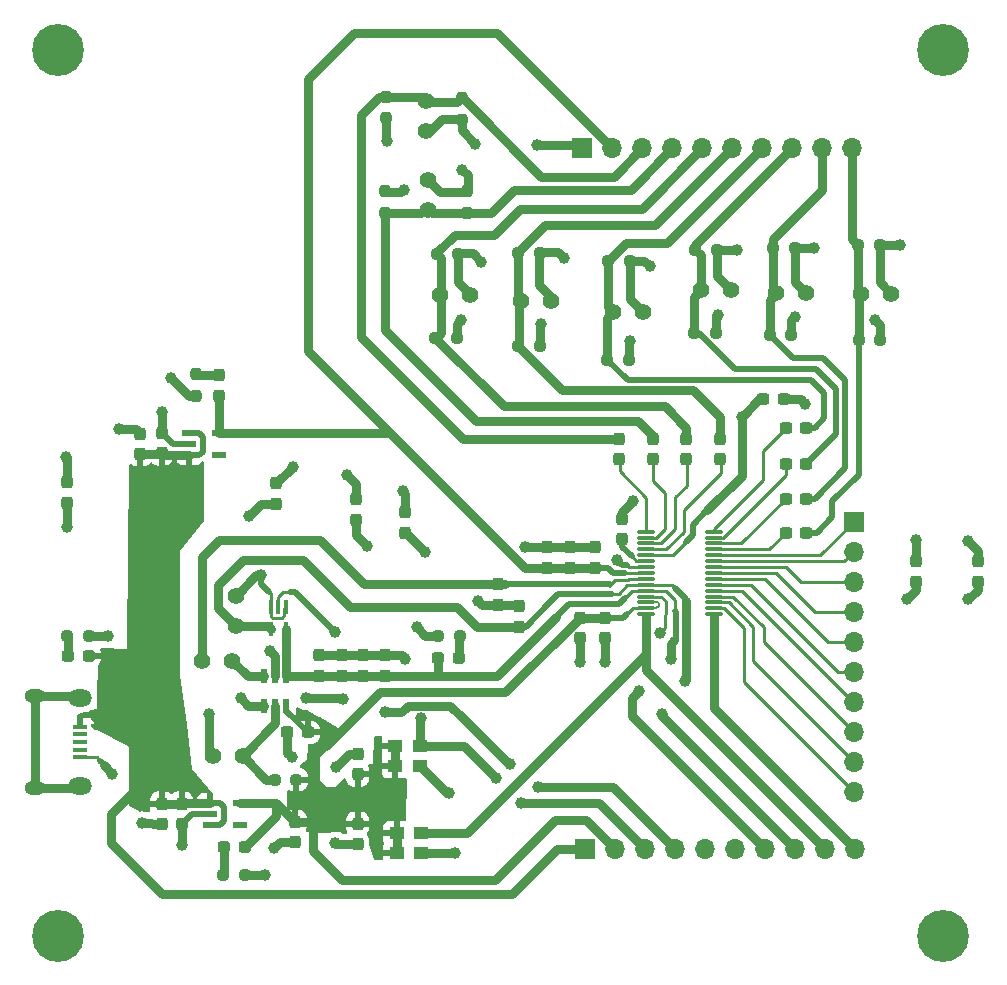
<source format=gbr>
G04 #@! TF.GenerationSoftware,KiCad,Pcbnew,(6.0.5)*
G04 #@! TF.CreationDate,2023-02-21T14:45:14-08:00*
G04 #@! TF.ProjectId,PCM1863,50434d31-3836-4332-9e6b-696361645f70,rev?*
G04 #@! TF.SameCoordinates,Original*
G04 #@! TF.FileFunction,Copper,L1,Top*
G04 #@! TF.FilePolarity,Positive*
%FSLAX46Y46*%
G04 Gerber Fmt 4.6, Leading zero omitted, Abs format (unit mm)*
G04 Created by KiCad (PCBNEW (6.0.5)) date 2023-02-21 14:45:14*
%MOMM*%
%LPD*%
G01*
G04 APERTURE LIST*
G04 Aperture macros list*
%AMRoundRect*
0 Rectangle with rounded corners*
0 $1 Rounding radius*
0 $2 $3 $4 $5 $6 $7 $8 $9 X,Y pos of 4 corners*
0 Add a 4 corners polygon primitive as box body*
4,1,4,$2,$3,$4,$5,$6,$7,$8,$9,$2,$3,0*
0 Add four circle primitives for the rounded corners*
1,1,$1+$1,$2,$3*
1,1,$1+$1,$4,$5*
1,1,$1+$1,$6,$7*
1,1,$1+$1,$8,$9*
0 Add four rect primitives between the rounded corners*
20,1,$1+$1,$2,$3,$4,$5,0*
20,1,$1+$1,$4,$5,$6,$7,0*
20,1,$1+$1,$6,$7,$8,$9,0*
20,1,$1+$1,$8,$9,$2,$3,0*%
G04 Aperture macros list end*
G04 #@! TA.AperFunction,SMDPad,CuDef*
%ADD10RoundRect,0.237500X0.300000X0.237500X-0.300000X0.237500X-0.300000X-0.237500X0.300000X-0.237500X0*%
G04 #@! TD*
G04 #@! TA.AperFunction,SMDPad,CuDef*
%ADD11RoundRect,0.237500X-0.250000X-0.237500X0.250000X-0.237500X0.250000X0.237500X-0.250000X0.237500X0*%
G04 #@! TD*
G04 #@! TA.AperFunction,ComponentPad*
%ADD12C,4.400000*%
G04 #@! TD*
G04 #@! TA.AperFunction,SMDPad,CuDef*
%ADD13RoundRect,0.237500X-0.237500X0.300000X-0.237500X-0.300000X0.237500X-0.300000X0.237500X0.300000X0*%
G04 #@! TD*
G04 #@! TA.AperFunction,ComponentPad*
%ADD14C,1.400000*%
G04 #@! TD*
G04 #@! TA.AperFunction,SMDPad,CuDef*
%ADD15RoundRect,0.237500X0.250000X0.237500X-0.250000X0.237500X-0.250000X-0.237500X0.250000X-0.237500X0*%
G04 #@! TD*
G04 #@! TA.AperFunction,SMDPad,CuDef*
%ADD16R,1.300000X1.100000*%
G04 #@! TD*
G04 #@! TA.AperFunction,SMDPad,CuDef*
%ADD17RoundRect,0.237500X0.237500X-0.287500X0.237500X0.287500X-0.237500X0.287500X-0.237500X-0.287500X0*%
G04 #@! TD*
G04 #@! TA.AperFunction,SMDPad,CuDef*
%ADD18R,0.400000X1.200000*%
G04 #@! TD*
G04 #@! TA.AperFunction,SMDPad,CuDef*
%ADD19RoundRect,0.237500X0.237500X-0.250000X0.237500X0.250000X-0.237500X0.250000X-0.237500X-0.250000X0*%
G04 #@! TD*
G04 #@! TA.AperFunction,ComponentPad*
%ADD20R,1.700000X1.700000*%
G04 #@! TD*
G04 #@! TA.AperFunction,ComponentPad*
%ADD21O,1.700000X1.700000*%
G04 #@! TD*
G04 #@! TA.AperFunction,SMDPad,CuDef*
%ADD22RoundRect,0.237500X-0.287500X-0.237500X0.287500X-0.237500X0.287500X0.237500X-0.287500X0.237500X0*%
G04 #@! TD*
G04 #@! TA.AperFunction,SMDPad,CuDef*
%ADD23RoundRect,0.237500X0.237500X-0.300000X0.237500X0.300000X-0.237500X0.300000X-0.237500X-0.300000X0*%
G04 #@! TD*
G04 #@! TA.AperFunction,SMDPad,CuDef*
%ADD24R,1.150000X0.600000*%
G04 #@! TD*
G04 #@! TA.AperFunction,SMDPad,CuDef*
%ADD25RoundRect,0.237500X0.287500X0.237500X-0.287500X0.237500X-0.287500X-0.237500X0.287500X-0.237500X0*%
G04 #@! TD*
G04 #@! TA.AperFunction,SMDPad,CuDef*
%ADD26RoundRect,0.075000X-0.662500X-0.075000X0.662500X-0.075000X0.662500X0.075000X-0.662500X0.075000X0*%
G04 #@! TD*
G04 #@! TA.AperFunction,SMDPad,CuDef*
%ADD27R,1.300000X0.450000*%
G04 #@! TD*
G04 #@! TA.AperFunction,ComponentPad*
%ADD28O,1.800000X1.150000*%
G04 #@! TD*
G04 #@! TA.AperFunction,ComponentPad*
%ADD29O,2.000000X1.450000*%
G04 #@! TD*
G04 #@! TA.AperFunction,SMDPad,CuDef*
%ADD30R,0.600000X1.200000*%
G04 #@! TD*
G04 #@! TA.AperFunction,SMDPad,CuDef*
%ADD31RoundRect,0.237500X-0.237500X0.287500X-0.237500X-0.287500X0.237500X-0.287500X0.237500X0.287500X0*%
G04 #@! TD*
G04 #@! TA.AperFunction,SMDPad,CuDef*
%ADD32RoundRect,0.237500X-0.237500X0.250000X-0.237500X-0.250000X0.237500X-0.250000X0.237500X0.250000X0*%
G04 #@! TD*
G04 #@! TA.AperFunction,ViaPad*
%ADD33C,1.000000*%
G04 #@! TD*
G04 #@! TA.AperFunction,Conductor*
%ADD34C,0.500000*%
G04 #@! TD*
G04 #@! TA.AperFunction,Conductor*
%ADD35C,0.750000*%
G04 #@! TD*
G04 #@! TA.AperFunction,Conductor*
%ADD36C,0.250000*%
G04 #@! TD*
G04 #@! TA.AperFunction,Conductor*
%ADD37C,0.200000*%
G04 #@! TD*
G04 APERTURE END LIST*
D10*
G04 #@! TO.P,C28,1*
G04 #@! TO.N,DVDD*
X96162500Y-107800000D03*
G04 #@! TO.P,C28,2*
G04 #@! TO.N,GNDD*
X94437500Y-107800000D03*
G04 #@! TD*
D11*
G04 #@! TO.P,R2,1*
G04 #@! TO.N,Net-(D2-Pad1)*
X89025000Y-119900000D03*
G04 #@! TO.P,R2,2*
G04 #@! TO.N,GNDD*
X90850000Y-119900000D03*
G04 #@! TD*
D12*
G04 #@! TO.P,H3,1,1*
G04 #@! TO.N,GNDD*
X75000000Y-125000000D03*
G04 #@! TD*
D13*
G04 #@! TO.P,C29,1*
G04 #@! TO.N,GNDD*
X97150000Y-101287500D03*
G04 #@! TO.P,C29,2*
G04 #@! TO.N,LDO*
X97150000Y-103012500D03*
G04 #@! TD*
D14*
G04 #@! TO.P,JP9,1,A*
G04 #@! TO.N,GNDA*
X124572500Y-72237500D03*
G04 #@! TO.P,JP9,2,B*
G04 #@! TO.N,VINR3*
X122032500Y-72237500D03*
G04 #@! TD*
D15*
G04 #@! TO.P,R4,1*
G04 #@! TO.N,GNDD*
X77612500Y-99600000D03*
G04 #@! TO.P,R4,2*
G04 #@! TO.N,Net-(D4-Pad1)*
X75787500Y-99600000D03*
G04 #@! TD*
G04 #@! TO.P,R21,1*
G04 #@! TO.N,GNDA*
X144627500Y-66550000D03*
G04 #@! TO.P,R21,2*
G04 #@! TO.N,VINL4*
X142802500Y-66550000D03*
G04 #@! TD*
D13*
G04 #@! TO.P,C4,1*
G04 #@! TO.N,VCC*
X85500000Y-113837500D03*
G04 #@! TO.P,C4,2*
G04 #@! TO.N,GNDD*
X85500000Y-115562500D03*
G04 #@! TD*
D11*
G04 #@! TO.P,R22,1*
G04 #@! TO.N,VINR4*
X135602500Y-66750000D03*
G04 #@! TO.P,R22,2*
G04 #@! TO.N,GNDA*
X137427500Y-66750000D03*
G04 #@! TD*
D13*
G04 #@! TO.P,C24,1*
G04 #@! TO.N,GNDA*
X116400000Y-92137500D03*
G04 #@! TO.P,C24,2*
G04 #@! TO.N,AVDD*
X116400000Y-93862500D03*
G04 #@! TD*
G04 #@! TO.P,C3,1*
G04 #@! TO.N,GNDD*
X114100000Y-97137500D03*
G04 #@! TO.P,C3,2*
G04 #@! TO.N,XI*
X114100000Y-98862500D03*
G04 #@! TD*
G04 #@! TO.P,C12,1*
G04 #@! TO.N,DVDD*
X119200000Y-98075000D03*
G04 #@! TO.P,C12,2*
G04 #@! TO.N,GNDD*
X119200000Y-99800000D03*
G04 #@! TD*
D10*
G04 #@! TO.P,C20,1*
G04 #@! TO.N,VINR3*
X138362500Y-82000000D03*
G04 #@! TO.P,C20,2*
G04 #@! TO.N,/3R*
X136637500Y-82000000D03*
G04 #@! TD*
D14*
G04 #@! TO.P,JP7,1,A*
G04 #@! TO.N,XO*
X87242500Y-101712500D03*
G04 #@! TO.P,JP7,2,B*
G04 #@! TO.N,Net-(IC4-Pad3)*
X89782500Y-101712500D03*
G04 #@! TD*
D13*
G04 #@! TO.P,C8,1*
G04 #@! TO.N,GNDA*
X118400000Y-92137500D03*
G04 #@! TO.P,C8,2*
G04 #@! TO.N,AVDD*
X118400000Y-93862500D03*
G04 #@! TD*
G04 #@! TO.P,C19,1*
G04 #@! TO.N,VINL1*
X128200000Y-82937500D03*
G04 #@! TO.P,C19,2*
G04 #@! TO.N,/1L*
X128200000Y-84662500D03*
G04 #@! TD*
D15*
G04 #@! TO.P,R5,1*
G04 #@! TO.N,MICBIAS*
X108812500Y-74400000D03*
G04 #@! TO.P,R5,2*
G04 #@! TO.N,VINL1*
X106987500Y-74400000D03*
G04 #@! TD*
G04 #@! TO.P,R16,1*
G04 #@! TO.N,MICBIAS*
X123340000Y-76250000D03*
G04 #@! TO.P,R16,2*
G04 #@! TO.N,VINR3*
X121515000Y-76250000D03*
G04 #@! TD*
D16*
G04 #@! TO.P,Y1,1,_TRI-STATE_(STBY)*
G04 #@! TO.N,DVDD*
X103600000Y-110625000D03*
G04 #@! TO.P,Y1,2,GND/CASE*
G04 #@! TO.N,GNDD*
X105700000Y-110625000D03*
G04 #@! TO.P,Y1,3,OUTPUT*
G04 #@! TO.N,OSC*
X105700000Y-108975000D03*
G04 #@! TO.P,Y1,4,VDD*
G04 #@! TO.N,DVDD*
X103600000Y-108975000D03*
G04 #@! TD*
D17*
G04 #@! TO.P,FB1,1*
G04 #@! TO.N,GNDD*
X147700000Y-95075000D03*
G04 #@! TO.P,FB1,2*
G04 #@! TO.N,GNDA*
X147700000Y-93325000D03*
G04 #@! TD*
D18*
G04 #@! TO.P,IC1,1,EN*
G04 #@! TO.N,GNDD*
X94325489Y-97150000D03*
G04 #@! TO.P,IC1,2,INPUT(A)*
G04 #@! TO.N,OSC*
X93675489Y-97150000D03*
G04 #@! TO.P,IC1,3,GND*
G04 #@! TO.N,GNDD*
X93025489Y-97150000D03*
G04 #@! TO.P,IC1,4,OUTPUT(Y)*
G04 #@! TO.N,XI*
X93025489Y-99050000D03*
G04 #@! TO.P,IC1,5,VCC*
G04 #@! TO.N,LDO*
X94325489Y-99050000D03*
G04 #@! TD*
D10*
G04 #@! TO.P,C21,1*
G04 #@! TO.N,VINL3*
X138362500Y-85100000D03*
G04 #@! TO.P,C21,2*
G04 #@! TO.N,/3L*
X136637500Y-85100000D03*
G04 #@! TD*
D19*
G04 #@! TO.P,R10,1*
G04 #@! TO.N,MICBIAS*
X102800000Y-55812500D03*
G04 #@! TO.P,R10,2*
G04 #@! TO.N,VINL2*
X102800000Y-53987500D03*
G04 #@! TD*
D20*
G04 #@! TO.P,J2,1,Pin_1*
G04 #@! TO.N,MICBIAS*
X119390000Y-58350000D03*
D21*
G04 #@! TO.P,J2,2,Pin_2*
G04 #@! TO.N,AVDD*
X121930000Y-58350000D03*
G04 #@! TO.P,J2,3,Pin_3*
G04 #@! TO.N,VINL2*
X124470000Y-58350000D03*
G04 #@! TO.P,J2,4,Pin_4*
G04 #@! TO.N,VINR2*
X127010000Y-58350000D03*
G04 #@! TO.P,J2,5,Pin_5*
G04 #@! TO.N,VINL1*
X129550000Y-58350000D03*
G04 #@! TO.P,J2,6,Pin_6*
G04 #@! TO.N,VINR1*
X132090000Y-58350000D03*
G04 #@! TO.P,J2,7,Pin_7*
G04 #@! TO.N,VINR3*
X134630000Y-58350000D03*
G04 #@! TO.P,J2,8,Pin_8*
G04 #@! TO.N,VINL3*
X137170000Y-58350000D03*
G04 #@! TO.P,J2,9,Pin_9*
G04 #@! TO.N,VINR4*
X139710000Y-58350000D03*
G04 #@! TO.P,J2,10,Pin_10*
G04 #@! TO.N,VINL4*
X142250000Y-58350000D03*
G04 #@! TD*
D19*
G04 #@! TO.P,R13,1*
G04 #@! TO.N,VINR2*
X109700000Y-63812500D03*
G04 #@! TO.P,R13,2*
G04 #@! TO.N,GNDA*
X109700000Y-61987500D03*
G04 #@! TD*
D22*
G04 #@! TO.P,D4,1,K*
G04 #@! TO.N,Net-(D4-Pad1)*
X75862500Y-101300000D03*
G04 #@! TO.P,D4,2,A*
G04 #@! TO.N,VCC*
X77612500Y-101300000D03*
G04 #@! TD*
D13*
G04 #@! TO.P,C26,1*
G04 #@! TO.N,VINR2*
X125400000Y-82937500D03*
G04 #@! TO.P,C26,2*
G04 #@! TO.N,/2R*
X125400000Y-84662500D03*
G04 #@! TD*
D15*
G04 #@! TO.P,R19,1*
G04 #@! TO.N,MICBIAS*
X144640000Y-74550000D03*
G04 #@! TO.P,R19,2*
G04 #@! TO.N,VINL4*
X142815000Y-74550000D03*
G04 #@! TD*
D14*
G04 #@! TO.P,JP11,1,A*
G04 #@! TO.N,GNDA*
X138372500Y-70637500D03*
G04 #@! TO.P,JP11,2,B*
G04 #@! TO.N,VINR4*
X135832500Y-70637500D03*
G04 #@! TD*
D23*
G04 #@! TO.P,C6,1*
G04 #@! TO.N,GNDD*
X95100000Y-117100000D03*
G04 #@! TO.P,C6,2*
G04 #@! TO.N,DVDD*
X95100000Y-115375000D03*
G04 #@! TD*
D15*
G04 #@! TO.P,R23,1*
G04 #@! TO.N,DVDD*
X95212500Y-111800000D03*
G04 #@! TO.P,R23,2*
G04 #@! TO.N,Net-(IC4-Pad5)*
X93387500Y-111800000D03*
G04 #@! TD*
D10*
G04 #@! TO.P,C13,1*
G04 #@! TO.N,GNDA*
X136462500Y-79600000D03*
G04 #@! TO.P,C13,2*
G04 #@! TO.N,MICBIAS*
X134737500Y-79600000D03*
G04 #@! TD*
D24*
G04 #@! TO.P,IC2,1,IN*
G04 #@! TO.N,VCC*
X87900000Y-113750000D03*
G04 #@! TO.P,IC2,2,GND*
G04 #@! TO.N,GNDD*
X87900000Y-114700000D03*
G04 #@! TO.P,IC2,3,EN*
G04 #@! TO.N,VCC*
X87900000Y-115650000D03*
G04 #@! TO.P,IC2,4,NC*
G04 #@! TO.N,unconnected-(IC2-Pad4)*
X90400000Y-115650000D03*
G04 #@! TO.P,IC2,5,OUT*
G04 #@! TO.N,DVDD*
X90400000Y-113750000D03*
G04 #@! TD*
D25*
G04 #@! TO.P,D1,1,K*
G04 #@! TO.N,Net-(D1-Pad1)*
X108975000Y-101500000D03*
G04 #@! TO.P,D1,2,A*
G04 #@! TO.N,LDO*
X107225000Y-101500000D03*
G04 #@! TD*
D12*
G04 #@! TO.P,H2,1,1*
G04 #@! TO.N,GNDA*
X150000000Y-50000000D03*
G04 #@! TD*
D14*
G04 #@! TO.P,JP1,1,A*
G04 #@! TO.N,VINL1*
X107400000Y-70800000D03*
G04 #@! TO.P,JP1,2,B*
G04 #@! TO.N,GNDA*
X109940000Y-70800000D03*
G04 #@! TD*
D10*
G04 #@! TO.P,C22,1*
G04 #@! TO.N,VINR4*
X138362500Y-88000000D03*
G04 #@! TO.P,C22,2*
G04 #@! TO.N,/4R*
X136637500Y-88000000D03*
G04 #@! TD*
D16*
G04 #@! TO.P,Y2,1,_TRI-STATE_(STBY)*
G04 #@! TO.N,DVDD*
X103700000Y-118000000D03*
G04 #@! TO.P,Y2,2,GND/CASE*
G04 #@! TO.N,GNDD*
X105800000Y-118000000D03*
G04 #@! TO.P,Y2,3,OUTPUT*
G04 #@! TO.N,SCKI(3.3V)*
X105800000Y-116350000D03*
G04 #@! TO.P,Y2,4,VDD*
G04 #@! TO.N,DVDD*
X103700000Y-116350000D03*
G04 #@! TD*
D23*
G04 #@! TO.P,C25,1*
G04 #@! TO.N,VCC*
X82000000Y-84225000D03*
G04 #@! TO.P,C25,2*
G04 #@! TO.N,GNDA*
X82000000Y-82500000D03*
G04 #@! TD*
D26*
G04 #@! TO.P,U1,1,VINL2/VIN1M*
G04 #@! TO.N,/2L*
X124837500Y-90800000D03*
G04 #@! TO.P,U1,2,VINR2/VIN2M*
G04 #@! TO.N,/2R*
X124837500Y-91300000D03*
G04 #@! TO.P,U1,3,VINL1/VIN1P*
G04 #@! TO.N,/1L*
X124837500Y-91800000D03*
G04 #@! TO.P,U1,4,VINR1/VIN2P*
G04 #@! TO.N,/1R*
X124837500Y-92300000D03*
G04 #@! TO.P,U1,5,Mic_Bias*
G04 #@! TO.N,MICBIAS*
X124837500Y-92800000D03*
G04 #@! TO.P,U1,6,VREF*
G04 #@! TO.N,Net-(C11-Pad2)*
X124837500Y-93300000D03*
G04 #@! TO.P,U1,7,AGND*
G04 #@! TO.N,GNDA*
X124837500Y-93800000D03*
G04 #@! TO.P,U1,8,AVDD*
G04 #@! TO.N,AVDD*
X124837500Y-94300000D03*
G04 #@! TO.P,U1,9,XO*
G04 #@! TO.N,XO*
X124837500Y-94800000D03*
G04 #@! TO.P,U1,10,XI*
G04 #@! TO.N,XI*
X124837500Y-95300000D03*
G04 #@! TO.P,U1,11,LDO*
G04 #@! TO.N,LDO*
X124837500Y-95800000D03*
G04 #@! TO.P,U1,12,DGND*
G04 #@! TO.N,GNDD*
X124837500Y-96300000D03*
G04 #@! TO.P,U1,13,DVDD*
G04 #@! TO.N,DVDD*
X124837500Y-96800000D03*
G04 #@! TO.P,U1,14,IOVDD*
X124837500Y-97300000D03*
G04 #@! TO.P,U1,15,SCKI*
G04 #@! TO.N,SCKI(3.3V)*
X124837500Y-97800000D03*
G04 #@! TO.P,U1,16,LRCK*
G04 #@! TO.N,LRCK*
X130562500Y-97800000D03*
G04 #@! TO.P,U1,17,BCK*
G04 #@! TO.N,BCK*
X130562500Y-97300000D03*
G04 #@! TO.P,U1,18,DOUT*
G04 #@! TO.N,DOUT*
X130562500Y-96800000D03*
G04 #@! TO.P,U1,19,GPIO3/INTC*
G04 #@! TO.N,/INT{slash}GPIO3{slash}INTC*
X130562500Y-96300000D03*
G04 #@! TO.P,U1,20,GPIO2/INTB/DMCLK*
G04 #@! TO.N,/MD6{slash}GPIO2{slash}INTB{slash}DMCLK*
X130562500Y-95800000D03*
G04 #@! TO.P,U1,21,GPIO1/INTA/DMIN*
G04 #@! TO.N,/MD5{slash}GPIO1{slash}INTA{slash}DMIN*
X130562500Y-95300000D03*
G04 #@! TO.P,U1,22,MISO/GPIO0/DMIN2*
G04 #@! TO.N,/MD4{slash}MISO{slash}GPIO0*
X130562500Y-94800000D03*
G04 #@! TO.P,U1,23,MOSI/SDA*
G04 #@! TO.N,/DOUT2{slash}MD2{slash}MOSI{slash}SDA*
X130562500Y-94300000D03*
G04 #@! TO.P,U1,24,MC/SCL*
G04 #@! TO.N,/MD3{slash}MC{slash}SCL*
X130562500Y-93800000D03*
G04 #@! TO.P,U1,25,MS/AD*
G04 #@! TO.N,/MD1{slash}MS{slash}AD*
X130562500Y-93300000D03*
G04 #@! TO.P,U1,26,MD0*
G04 #@! TO.N,/MDO*
X130562500Y-92800000D03*
G04 #@! TO.P,U1,27,VINL4/VIN4M*
G04 #@! TO.N,/4L*
X130562500Y-92300000D03*
G04 #@! TO.P,U1,28,VINR4/VIN3M*
G04 #@! TO.N,/4R*
X130562500Y-91800000D03*
G04 #@! TO.P,U1,29,VINL3/VIN4P*
G04 #@! TO.N,/3L*
X130562500Y-91300000D03*
G04 #@! TO.P,U1,30,VINR3/VIN3P*
G04 #@! TO.N,/3R*
X130562500Y-90800000D03*
G04 #@! TD*
D14*
G04 #@! TO.P,JP6,1,A*
G04 #@! TO.N,XI*
X90112500Y-98757500D03*
G04 #@! TO.P,JP6,2,B*
G04 #@! TO.N,GNDD*
X90112500Y-96217500D03*
G04 #@! TD*
D27*
G04 #@! TO.P,J4,1,VBUS*
G04 #@! TO.N,VCC*
X76900000Y-107300000D03*
G04 #@! TO.P,J4,2,D-*
G04 #@! TO.N,unconnected-(J4-Pad2)*
X76900000Y-107950000D03*
G04 #@! TO.P,J4,3,D+*
G04 #@! TO.N,unconnected-(J4-Pad3)*
X76900000Y-108600000D03*
G04 #@! TO.P,J4,4,ID*
G04 #@! TO.N,unconnected-(J4-Pad4)*
X76900000Y-109250000D03*
G04 #@! TO.P,J4,5,GND*
G04 #@! TO.N,GNDD*
X76900000Y-109900000D03*
D28*
G04 #@! TO.P,J4,6,Shield*
G04 #@! TO.N,unconnected-(J4-Pad6)*
X73050000Y-104725000D03*
D29*
X76850000Y-104875000D03*
D28*
X73050000Y-112475000D03*
D29*
X76850000Y-112325000D03*
G04 #@! TD*
D30*
G04 #@! TO.P,IC4,1,VCCA*
G04 #@! TO.N,LDO*
X94350000Y-103050000D03*
G04 #@! TO.P,IC4,2,GND*
G04 #@! TO.N,GNDD*
X93400000Y-103050000D03*
G04 #@! TO.P,IC4,3,A*
G04 #@! TO.N,Net-(IC4-Pad3)*
X92450000Y-103050000D03*
G04 #@! TO.P,IC4,4,B*
G04 #@! TO.N,XO_BUFF*
X92450000Y-105550000D03*
G04 #@! TO.P,IC4,5,OE*
G04 #@! TO.N,Net-(IC4-Pad5)*
X93400000Y-105550000D03*
G04 #@! TO.P,IC4,6,VCCB*
G04 #@! TO.N,DVDD*
X94350000Y-105550000D03*
G04 #@! TD*
D15*
G04 #@! TO.P,R1,1*
G04 #@! TO.N,Net-(D1-Pad1)*
X109025000Y-99600000D03*
G04 #@! TO.P,R1,2*
G04 #@! TO.N,GNDD*
X107200000Y-99600000D03*
G04 #@! TD*
D10*
G04 #@! TO.P,C23,1*
G04 #@! TO.N,VINL4*
X138362500Y-90900000D03*
G04 #@! TO.P,C23,2*
G04 #@! TO.N,/4L*
X136637500Y-90900000D03*
G04 #@! TD*
D14*
G04 #@! TO.P,JP10,1,A*
G04 #@! TO.N,VINL4*
X143057500Y-70662500D03*
G04 #@! TO.P,JP10,2,B*
G04 #@! TO.N,GNDA*
X145597500Y-70662500D03*
G04 #@! TD*
D23*
G04 #@! TO.P,C1,1*
G04 #@! TO.N,DVDD*
X100400000Y-111362500D03*
G04 #@! TO.P,C1,2*
G04 #@! TO.N,GNDD*
X100400000Y-109637500D03*
G04 #@! TD*
D17*
G04 #@! TO.P,FB3,1*
G04 #@! TO.N,GNDD*
X100300000Y-89775000D03*
G04 #@! TO.P,FB3,2*
G04 #@! TO.N,GNDA*
X100300000Y-88025000D03*
G04 #@! TD*
D19*
G04 #@! TO.P,R12,1*
G04 #@! TO.N,GNDA*
X109200000Y-55912500D03*
G04 #@! TO.P,R12,2*
G04 #@! TO.N,VINL2*
X109200000Y-54087500D03*
G04 #@! TD*
D14*
G04 #@! TO.P,JP8,1,A*
G04 #@! TO.N,VINL3*
X129457500Y-70362500D03*
G04 #@! TO.P,JP8,2,B*
G04 #@! TO.N,GNDA*
X131997500Y-70362500D03*
G04 #@! TD*
D23*
G04 #@! TO.P,C16,1*
G04 #@! TO.N,LDO*
X99050000Y-103012500D03*
G04 #@! TO.P,C16,2*
G04 #@! TO.N,GNDD*
X99050000Y-101287500D03*
G04 #@! TD*
D20*
G04 #@! TO.P,J1,1,Pin_1*
G04 #@! TO.N,VCC*
X119675000Y-117700000D03*
D21*
G04 #@! TO.P,J1,2,Pin_2*
G04 #@! TO.N,DVDD*
X122215000Y-117700000D03*
G04 #@! TO.P,J1,3,Pin_3*
G04 #@! TO.N,OSC*
X124755000Y-117700000D03*
G04 #@! TO.P,J1,4,Pin_4*
G04 #@! TO.N,XO_BUFF*
X127295000Y-117700000D03*
G04 #@! TO.P,J1,5,Pin_5*
G04 #@! TO.N,unconnected-(J1-Pad5)*
X129835000Y-117700000D03*
G04 #@! TO.P,J1,6,Pin_6*
G04 #@! TO.N,unconnected-(J1-Pad6)*
X132375000Y-117700000D03*
G04 #@! TO.P,J1,7,Pin_7*
G04 #@! TO.N,LDO*
X134915000Y-117700000D03*
G04 #@! TO.P,J1,8,Pin_8*
G04 #@! TO.N,XI*
X137455000Y-117700000D03*
G04 #@! TO.P,J1,9,Pin_9*
G04 #@! TO.N,SCKI(3.3V)*
X139995000Y-117700000D03*
G04 #@! TO.P,J1,10,Pin_10*
G04 #@! TO.N,LRCK*
X142535000Y-117700000D03*
G04 #@! TD*
D13*
G04 #@! TO.P,C9,1*
G04 #@! TO.N,VCC*
X83800000Y-113837500D03*
G04 #@! TO.P,C9,2*
G04 #@! TO.N,GNDD*
X83800000Y-115562500D03*
G04 #@! TD*
G04 #@! TO.P,C27,1*
G04 #@! TO.N,VINL2*
X122500000Y-82937500D03*
G04 #@! TO.P,C27,2*
G04 #@! TO.N,/2L*
X122500000Y-84662500D03*
G04 #@! TD*
D14*
G04 #@! TO.P,JP2,1,A*
G04 #@! TO.N,GNDA*
X116757500Y-71287500D03*
G04 #@! TO.P,JP2,2,B*
G04 #@! TO.N,VINR1*
X114217500Y-71287500D03*
G04 #@! TD*
D15*
G04 #@! TO.P,R15,1*
G04 #@! TO.N,MICBIAS*
X130727500Y-73950000D03*
G04 #@! TO.P,R15,2*
G04 #@! TO.N,VINL3*
X128902500Y-73950000D03*
G04 #@! TD*
D24*
G04 #@! TO.P,IC3,1,IN*
G04 #@! TO.N,VCC*
X86150000Y-82450000D03*
G04 #@! TO.P,IC3,2,GND*
G04 #@! TO.N,GNDA*
X86150000Y-83400000D03*
G04 #@! TO.P,IC3,3,EN*
G04 #@! TO.N,VCC*
X86150000Y-84350000D03*
G04 #@! TO.P,IC3,4,NC*
G04 #@! TO.N,unconnected-(IC3-Pad4)*
X88650000Y-84350000D03*
G04 #@! TO.P,IC3,5,OUT*
G04 #@! TO.N,AVDD*
X88650000Y-82450000D03*
G04 #@! TD*
D15*
G04 #@! TO.P,R17,1*
G04 #@! TO.N,GNDA*
X130827500Y-66950000D03*
G04 #@! TO.P,R17,2*
G04 #@! TO.N,VINL3*
X129002500Y-66950000D03*
G04 #@! TD*
D20*
G04 #@! TO.P,J3,1,Pin_1*
G04 #@! TO.N,/MDO*
X142400000Y-89975000D03*
D21*
G04 #@! TO.P,J3,2,Pin_2*
G04 #@! TO.N,/MD1{slash}MS{slash}AD*
X142400000Y-92515000D03*
G04 #@! TO.P,J3,3,Pin_3*
G04 #@! TO.N,/MD3{slash}MC{slash}SCL*
X142400000Y-95055000D03*
G04 #@! TO.P,J3,4,Pin_4*
G04 #@! TO.N,/DOUT2{slash}MD2{slash}MOSI{slash}SDA*
X142400000Y-97595000D03*
G04 #@! TO.P,J3,5,Pin_5*
G04 #@! TO.N,/MD4{slash}MISO{slash}GPIO0*
X142400000Y-100135000D03*
G04 #@! TO.P,J3,6,Pin_6*
G04 #@! TO.N,/MD5{slash}GPIO1{slash}INTA{slash}DMIN*
X142400000Y-102675000D03*
G04 #@! TO.P,J3,7,Pin_7*
G04 #@! TO.N,/MD6{slash}GPIO2{slash}INTB{slash}DMCLK*
X142400000Y-105215000D03*
G04 #@! TO.P,J3,8,Pin_8*
G04 #@! TO.N,/INT{slash}GPIO3{slash}INTC*
X142400000Y-107755000D03*
G04 #@! TO.P,J3,9,Pin_9*
G04 #@! TO.N,DOUT*
X142400000Y-110295000D03*
G04 #@! TO.P,J3,10,Pin_10*
G04 #@! TO.N,BCK*
X142400000Y-112835000D03*
G04 #@! TD*
D23*
G04 #@! TO.P,C5,1*
G04 #@! TO.N,VCC*
X83800000Y-84162500D03*
G04 #@! TO.P,C5,2*
G04 #@! TO.N,GNDA*
X83800000Y-82437500D03*
G04 #@! TD*
D11*
G04 #@! TO.P,R18,1*
G04 #@! TO.N,VINR3*
X121615000Y-67850000D03*
G04 #@! TO.P,R18,2*
G04 #@! TO.N,GNDA*
X123440000Y-67850000D03*
G04 #@! TD*
D23*
G04 #@! TO.P,C14,1*
G04 #@! TO.N,LDO*
X102750000Y-103012500D03*
G04 #@! TO.P,C14,2*
G04 #@! TO.N,GNDD*
X102750000Y-101287500D03*
G04 #@! TD*
D31*
G04 #@! TO.P,D3,1,K*
G04 #@! TO.N,Net-(D3-Pad1)*
X88700000Y-77550000D03*
G04 #@! TO.P,D3,2,A*
G04 #@! TO.N,AVDD*
X88700000Y-79300000D03*
G04 #@! TD*
D13*
G04 #@! TO.P,C15,1*
G04 #@! TO.N,DVDD*
X121300000Y-98075000D03*
G04 #@! TO.P,C15,2*
G04 #@! TO.N,GNDD*
X121300000Y-99800000D03*
G04 #@! TD*
G04 #@! TO.P,C10,1*
G04 #@! TO.N,GNDA*
X120500000Y-92137500D03*
G04 #@! TO.P,C10,2*
G04 #@! TO.N,AVDD*
X120500000Y-93862500D03*
G04 #@! TD*
D32*
G04 #@! TO.P,R3,1*
G04 #@! TO.N,Net-(D3-Pad1)*
X86700000Y-77475000D03*
G04 #@! TO.P,R3,2*
G04 #@! TO.N,GNDA*
X86700000Y-79300000D03*
G04 #@! TD*
D12*
G04 #@! TO.P,H4,1,1*
G04 #@! TO.N,GNDD*
X150000000Y-125000000D03*
G04 #@! TD*
D13*
G04 #@! TO.P,C18,1*
G04 #@! TO.N,VINR1*
X131100000Y-82937500D03*
G04 #@! TO.P,C18,2*
G04 #@! TO.N,/1R*
X131100000Y-84662500D03*
G04 #@! TD*
D15*
G04 #@! TO.P,R20,1*
G04 #@! TO.N,MICBIAS*
X137127500Y-74150000D03*
G04 #@! TO.P,R20,2*
G04 #@! TO.N,VINR4*
X135302500Y-74150000D03*
G04 #@! TD*
D32*
G04 #@! TO.P,R11,1*
G04 #@! TO.N,MICBIAS*
X102700000Y-61987500D03*
G04 #@! TO.P,R11,2*
G04 #@! TO.N,VINR2*
X102700000Y-63812500D03*
G04 #@! TD*
D14*
G04 #@! TO.P,JP5,1,A*
G04 #@! TO.N,Net-(IC4-Pad5)*
X90657500Y-109787500D03*
G04 #@! TO.P,JP5,2,B*
G04 #@! TO.N,GNDD*
X88117500Y-109787500D03*
G04 #@! TD*
D17*
G04 #@! TO.P,FB2,1*
G04 #@! TO.N,GNDD*
X152900000Y-95075000D03*
G04 #@! TO.P,FB2,2*
G04 #@! TO.N,GNDA*
X152900000Y-93325000D03*
G04 #@! TD*
D11*
G04 #@! TO.P,R8,1*
G04 #@! TO.N,VINR1*
X114000000Y-67200000D03*
G04 #@! TO.P,R8,2*
G04 #@! TO.N,GNDA*
X115825000Y-67200000D03*
G04 #@! TD*
D13*
G04 #@! TO.P,C17,1*
G04 #@! TO.N,DVDD*
X100400000Y-115537500D03*
G04 #@! TO.P,C17,2*
G04 #@! TO.N,GNDD*
X100400000Y-117262500D03*
G04 #@! TD*
D15*
G04 #@! TO.P,R7,1*
G04 #@! TO.N,GNDA*
X108912500Y-67300000D03*
G04 #@! TO.P,R7,2*
G04 #@! TO.N,VINL1*
X107087500Y-67300000D03*
G04 #@! TD*
D31*
G04 #@! TO.P,FB5,1*
G04 #@! TO.N,GNDA*
X93500000Y-86700000D03*
G04 #@! TO.P,FB5,2*
G04 #@! TO.N,GNDD*
X93500000Y-88450000D03*
G04 #@! TD*
D15*
G04 #@! TO.P,R6,1*
G04 #@! TO.N,MICBIAS*
X115812500Y-75100000D03*
G04 #@! TO.P,R6,2*
G04 #@! TO.N,VINR1*
X113987500Y-75100000D03*
G04 #@! TD*
D13*
G04 #@! TO.P,C11,1*
G04 #@! TO.N,GNDA*
X122800000Y-89737500D03*
G04 #@! TO.P,C11,2*
G04 #@! TO.N,Net-(C11-Pad2)*
X122800000Y-91462500D03*
G04 #@! TD*
D14*
G04 #@! TO.P,JP4,1,A*
G04 #@! TO.N,GNDA*
X106387500Y-61042500D03*
G04 #@! TO.P,JP4,2,B*
G04 #@! TO.N,VINR2*
X106387500Y-63582500D03*
G04 #@! TD*
D22*
G04 #@! TO.P,D2,1,K*
G04 #@! TO.N,Net-(D2-Pad1)*
X89100000Y-117500000D03*
G04 #@! TO.P,D2,2,A*
G04 #@! TO.N,DVDD*
X90850000Y-117500000D03*
G04 #@! TD*
D23*
G04 #@! TO.P,C7,1*
G04 #@! TO.N,LDO*
X100850000Y-103012500D03*
G04 #@! TO.P,C7,2*
G04 #@! TO.N,GNDD*
X100850000Y-101287500D03*
G04 #@! TD*
D14*
G04 #@! TO.P,JP3,1,A*
G04 #@! TO.N,VINL2*
X106187500Y-54342500D03*
G04 #@! TO.P,JP3,2,B*
G04 #@! TO.N,GNDA*
X106187500Y-56882500D03*
G04 #@! TD*
D31*
G04 #@! TO.P,FB4,1*
G04 #@! TO.N,GNDA*
X75800000Y-86625000D03*
G04 #@! TO.P,FB4,2*
G04 #@! TO.N,GNDD*
X75800000Y-88375000D03*
G04 #@! TD*
D12*
G04 #@! TO.P,H1,1,1*
G04 #@! TO.N,GNDA*
X75000000Y-50000000D03*
G04 #@! TD*
D31*
G04 #@! TO.P,FB6,1*
G04 #@! TO.N,GNDA*
X104400000Y-89125000D03*
G04 #@! TO.P,FB6,2*
G04 #@! TO.N,GNDD*
X104400000Y-90875000D03*
G04 #@! TD*
D23*
G04 #@! TO.P,C2,1*
G04 #@! TO.N,GNDD*
X112300000Y-97000000D03*
G04 #@! TO.P,C2,2*
G04 #@! TO.N,XO*
X112300000Y-95275000D03*
G04 #@! TD*
D33*
G04 #@! TO.N,XI*
X128150000Y-103450000D03*
X126200000Y-106200000D03*
G04 #@! TO.N,LDO*
X126900000Y-101600000D03*
X124200000Y-104300000D03*
G04 #@! TO.N,MICBIAS*
X130890000Y-72450000D03*
X144190000Y-72850000D03*
X115590000Y-58050000D03*
X123490000Y-74650000D03*
X104290000Y-61850000D03*
X115890000Y-73250000D03*
X102890000Y-57750000D03*
X132900000Y-81100000D03*
X137390000Y-72650000D03*
X109190000Y-72850000D03*
G04 #@! TO.N,XO_BUFF*
X115700000Y-112400000D03*
X113300000Y-110500000D03*
X99200000Y-105000000D03*
X102700000Y-106100000D03*
X96000000Y-104900000D03*
X90500000Y-104900000D03*
G04 #@! TO.N,OSC*
X114200000Y-113800000D03*
X105800000Y-106600000D03*
X112100000Y-111700000D03*
X98500000Y-99300000D03*
G04 #@! TO.N,GNDA*
X99500000Y-86000000D03*
X110850000Y-67950000D03*
X138300000Y-80000000D03*
X139050000Y-66750000D03*
X94900000Y-85300000D03*
X104200000Y-87400000D03*
X114600000Y-92100000D03*
X84600000Y-77800000D03*
X80200000Y-82100000D03*
X152100000Y-91600000D03*
X75700000Y-84500000D03*
X125150000Y-68350000D03*
X110350000Y-57950000D03*
X83800000Y-80700000D03*
X122400000Y-93200000D03*
X123700000Y-88200000D03*
X147700000Y-91500000D03*
X146350000Y-66550000D03*
X109250000Y-60150000D03*
X132550000Y-66950000D03*
X117850000Y-67650000D03*
G04 #@! TO.N,GNDD*
X85500000Y-117300000D03*
X106100000Y-92500000D03*
X104450000Y-101550000D03*
X79600000Y-111300000D03*
X93300000Y-117600000D03*
X98600000Y-110700000D03*
X79300000Y-99600000D03*
X105400000Y-98900000D03*
X91200000Y-89500000D03*
X94800000Y-109900000D03*
X87800000Y-106200000D03*
X75800000Y-90400000D03*
X152100000Y-96500000D03*
X93000000Y-100900000D03*
X108100000Y-112900000D03*
X110600000Y-96700000D03*
X119200000Y-101800000D03*
X101200000Y-92000000D03*
X126000000Y-99400000D03*
X108600000Y-118000000D03*
X92200000Y-94500000D03*
X121300000Y-101800000D03*
X98500000Y-117200000D03*
X146900000Y-96500000D03*
X92537500Y-119900000D03*
X82100000Y-115500000D03*
G04 #@! TD*
D34*
G04 #@! TO.N,XO*
X112875000Y-95275000D02*
X121775000Y-95275000D01*
D35*
X100975000Y-95275000D02*
X112875000Y-95275000D01*
D36*
X123299040Y-94900960D02*
X122199040Y-94900960D01*
D34*
X121775000Y-95275000D02*
X121800000Y-95300000D01*
D36*
X122199040Y-94900960D02*
X121800000Y-95300000D01*
D35*
X87242500Y-101712500D02*
X87242500Y-92957500D01*
X87242500Y-92957500D02*
X88700000Y-91500000D01*
D34*
X112300000Y-95275000D02*
X112875000Y-95275000D01*
D35*
X97200000Y-91500000D02*
X100975000Y-95275000D01*
D36*
X124837500Y-94800000D02*
X123400000Y-94800000D01*
D35*
X88700000Y-91500000D02*
X97200000Y-91500000D01*
D36*
X123400000Y-94800000D02*
X123299040Y-94900960D01*
G04 #@! TO.N,XI*
X124837500Y-95300000D02*
X126400000Y-95300000D01*
X123237026Y-95350480D02*
X123949520Y-95350480D01*
D35*
X88600000Y-97245000D02*
X88600000Y-95300000D01*
X108800000Y-97200000D02*
X110462500Y-98862500D01*
D36*
X122487506Y-96100000D02*
X123237026Y-95350480D01*
X126400000Y-95300000D02*
X127000000Y-95300000D01*
D34*
X128200000Y-96500000D02*
X128200000Y-96700000D01*
X117400000Y-96100000D02*
X119600000Y-96100000D01*
D35*
X126200000Y-106200000D02*
X126200000Y-106445000D01*
D34*
X116700000Y-96800000D02*
X117400000Y-96100000D01*
D35*
X128200000Y-103400000D02*
X128150000Y-103450000D01*
D34*
X114100000Y-98862500D02*
X114637500Y-98862500D01*
D35*
X95757176Y-93200000D02*
X99757176Y-97200000D01*
D36*
X121900000Y-96100000D02*
X122487506Y-96100000D01*
X123949520Y-95350480D02*
X124000000Y-95300000D01*
D35*
X126200000Y-106445000D02*
X137455000Y-117700000D01*
D34*
X114637500Y-98862500D02*
X116700000Y-96800000D01*
D35*
X92732989Y-98757500D02*
X93025489Y-99050000D01*
X110462500Y-98862500D02*
X114100000Y-98862500D01*
X90700000Y-93200000D02*
X95757176Y-93200000D01*
X99757176Y-97200000D02*
X108800000Y-97200000D01*
D34*
X127300000Y-95600000D02*
X128200000Y-96500000D01*
D36*
X127000000Y-95300000D02*
X127300000Y-95600000D01*
X124000000Y-95300000D02*
X124837500Y-95300000D01*
D35*
X90112500Y-98757500D02*
X92732989Y-98757500D01*
X88600000Y-95300000D02*
X90700000Y-93200000D01*
D34*
X119600000Y-96100000D02*
X121900000Y-96100000D01*
D35*
X90112500Y-98757500D02*
X88600000Y-97245000D01*
X128200000Y-96700000D02*
X128200000Y-103400000D01*
G04 #@! TO.N,LDO*
X123600000Y-104900000D02*
X123600000Y-106385000D01*
D36*
X127300000Y-96600000D02*
X126500000Y-95800000D01*
D35*
X94387500Y-103012500D02*
X94350000Y-103050000D01*
D34*
X122500000Y-96900000D02*
X123000000Y-96400000D01*
D35*
X97150000Y-103012500D02*
X94387500Y-103012500D01*
D36*
X123600000Y-95800000D02*
X124837500Y-95800000D01*
D35*
X107087500Y-103012500D02*
X112187500Y-103012500D01*
X102750000Y-103012500D02*
X107087500Y-103012500D01*
D36*
X123000000Y-96400000D02*
X123600000Y-95800000D01*
D35*
X112187500Y-103012500D02*
X117200000Y-98000000D01*
X123600000Y-106385000D02*
X134915000Y-117700000D01*
X107225000Y-102875000D02*
X107087500Y-103012500D01*
D36*
X126500000Y-95800000D02*
X124837500Y-95800000D01*
D35*
X126900000Y-100300000D02*
X126900000Y-101600000D01*
X100850000Y-103012500D02*
X102750000Y-103012500D01*
D36*
X127300000Y-97500000D02*
X127300000Y-96600000D01*
D35*
X94350000Y-99074511D02*
X94325489Y-99050000D01*
D34*
X119600000Y-96900000D02*
X122500000Y-96900000D01*
X127375480Y-97575480D02*
X127300000Y-97500000D01*
D35*
X124200000Y-104300000D02*
X123600000Y-104900000D01*
X127200000Y-100000000D02*
X126900000Y-100300000D01*
D34*
X118300000Y-96900000D02*
X119600000Y-96900000D01*
D35*
X99050000Y-103012500D02*
X97150000Y-103012500D01*
D34*
X117200000Y-98000000D02*
X118300000Y-96900000D01*
X127375480Y-99824520D02*
X127375480Y-97575480D01*
X127200000Y-100000000D02*
X127375480Y-99824520D01*
D35*
X99050000Y-103012500D02*
X100850000Y-103012500D01*
X107225000Y-101500000D02*
X107225000Y-102875000D01*
X94350000Y-103050000D02*
X94350000Y-99074511D01*
G04 #@! TO.N,AVDD*
X96200000Y-52500000D02*
X100100000Y-48600000D01*
X112180000Y-48600000D02*
X121930000Y-58350000D01*
X88650000Y-82450000D02*
X88650000Y-79350000D01*
X114562500Y-93862500D02*
X116400000Y-93862500D01*
X103150000Y-82450000D02*
X114562500Y-93862500D01*
D34*
X122018750Y-94318750D02*
X123018750Y-94318750D01*
D35*
X103150000Y-82450000D02*
X96200000Y-75500000D01*
X100100000Y-48600000D02*
X112180000Y-48600000D01*
X118400000Y-93862500D02*
X120500000Y-93862500D01*
X88650000Y-82450000D02*
X103150000Y-82450000D01*
X88650000Y-79350000D02*
X88700000Y-79300000D01*
D36*
X123100000Y-94300000D02*
X124837500Y-94300000D01*
D35*
X116400000Y-93862500D02*
X118400000Y-93862500D01*
X96200000Y-75500000D02*
X96200000Y-52500000D01*
D34*
X121581250Y-93881250D02*
X122018750Y-94318750D01*
X121581250Y-93881250D02*
X120518750Y-93881250D01*
X120518750Y-93881250D02*
X120500000Y-93862500D01*
G04 #@! TO.N,Net-(C11-Pad2)*
X123600000Y-92900000D02*
X122800000Y-92100000D01*
D36*
X124837500Y-93300000D02*
X124000000Y-93300000D01*
D34*
X122800000Y-92100000D02*
X122800000Y-91462500D01*
D36*
X124000000Y-93300000D02*
X123600000Y-92900000D01*
D35*
G04 #@! TO.N,MICBIAS*
X144640000Y-74550000D02*
X144640000Y-73300000D01*
D36*
X124837500Y-92800000D02*
X127100000Y-92800000D01*
D35*
X130000000Y-89000000D02*
X132900000Y-86100000D01*
X123340000Y-74800000D02*
X123490000Y-74650000D01*
X132900000Y-81100000D02*
X134400000Y-79600000D01*
D34*
X128800000Y-90500000D02*
X128800000Y-90200000D01*
D35*
X102815000Y-57675000D02*
X102890000Y-57750000D01*
X102802500Y-62032500D02*
X104107500Y-62032500D01*
X115590000Y-58050000D02*
X119090000Y-58050000D01*
X137127500Y-74150000D02*
X137127500Y-72912500D01*
D34*
X128800000Y-91100000D02*
X128800000Y-90500000D01*
X128800000Y-90200000D02*
X130000000Y-89000000D01*
D35*
X137127500Y-72912500D02*
X137390000Y-72650000D01*
X123340000Y-76250000D02*
X123340000Y-74800000D01*
X104107500Y-62032500D02*
X104290000Y-61850000D01*
X130727500Y-73950000D02*
X130727500Y-72612500D01*
D36*
X127100000Y-92800000D02*
X128200000Y-91700000D01*
D35*
X115870000Y-74962500D02*
X115870000Y-73270000D01*
X132900000Y-86100000D02*
X132900000Y-81100000D01*
X144640000Y-73300000D02*
X144190000Y-72850000D01*
X134737500Y-79600000D02*
X134637500Y-79500000D01*
X108787500Y-73252500D02*
X109190000Y-72850000D01*
X108787500Y-74450000D02*
X108787500Y-73252500D01*
X119090000Y-58050000D02*
X119390000Y-58350000D01*
X134400000Y-79600000D02*
X134737500Y-79600000D01*
X102815000Y-55862500D02*
X102815000Y-57675000D01*
X115870000Y-73270000D02*
X115890000Y-73250000D01*
D34*
X128200000Y-91700000D02*
X128800000Y-91100000D01*
D35*
X130727500Y-72612500D02*
X130890000Y-72450000D01*
G04 #@! TO.N,VINR1*
X113945000Y-70650000D02*
X114457500Y-71162500D01*
X131100000Y-81100000D02*
X128824520Y-78824520D01*
X125590000Y-64850000D02*
X132090000Y-58350000D01*
X113945000Y-67162500D02*
X113945000Y-70650000D01*
X128824520Y-78824520D02*
X117712020Y-78824520D01*
X116257500Y-64850000D02*
X113945000Y-67162500D01*
X114045000Y-74962500D02*
X114045000Y-71575000D01*
X117712020Y-78824520D02*
X113987500Y-75100000D01*
X116257500Y-64850000D02*
X125590000Y-64850000D01*
X131100000Y-82937500D02*
X131100000Y-81100000D01*
X114045000Y-71575000D02*
X114457500Y-71162500D01*
D36*
G04 #@! TO.N,/1R*
X131200000Y-84762500D02*
X131100000Y-84662500D01*
X124837500Y-92300000D02*
X126500000Y-92300000D01*
X128000000Y-89000000D02*
X131200000Y-85800000D01*
X131200000Y-85800000D02*
X131200000Y-84762500D01*
X128000000Y-90800000D02*
X128000000Y-89000000D01*
X126500000Y-92300000D02*
X128000000Y-90800000D01*
D35*
G04 #@! TO.N,VINL1*
X128200000Y-82937500D02*
X128200000Y-82000000D01*
X114150000Y-63450000D02*
X124450000Y-63450000D01*
X106962500Y-74450000D02*
X107432500Y-73980000D01*
X126400000Y-80200000D02*
X112787500Y-80200000D01*
X107432500Y-73980000D02*
X107432500Y-67620000D01*
X124450000Y-63450000D02*
X129550000Y-58350000D01*
X111950000Y-65650000D02*
X114150000Y-63450000D01*
X107432500Y-67620000D02*
X107062500Y-67250000D01*
X128200000Y-82000000D02*
X126400000Y-80200000D01*
X112787500Y-80200000D02*
X106987500Y-74400000D01*
X108662500Y-65650000D02*
X111950000Y-65650000D01*
X107062500Y-67250000D02*
X108662500Y-65650000D01*
D36*
G04 #@! TO.N,/1L*
X127300000Y-90600000D02*
X127300000Y-87900000D01*
X128300000Y-84762500D02*
X128200000Y-84662500D01*
X128300000Y-86900000D02*
X128300000Y-84762500D01*
X126100000Y-91800000D02*
X127300000Y-90600000D01*
X127300000Y-87900000D02*
X128300000Y-86900000D01*
X124837500Y-91800000D02*
X126100000Y-91800000D01*
D34*
G04 #@! TO.N,VINR3*
X139100000Y-82000000D02*
X139900000Y-81200000D01*
D35*
X126630000Y-66350000D02*
X123115000Y-66350000D01*
D34*
X139900000Y-81200000D02*
X139900000Y-79100000D01*
X123265000Y-78000000D02*
X121515000Y-76250000D01*
D35*
X121615000Y-71820000D02*
X122032500Y-72237500D01*
X123115000Y-66350000D02*
X121615000Y-67850000D01*
X121515000Y-76250000D02*
X121515000Y-72755000D01*
X121615000Y-67850000D02*
X121615000Y-71820000D01*
X134630000Y-58350000D02*
X126630000Y-66350000D01*
D34*
X138362500Y-82000000D02*
X139100000Y-82000000D01*
X138800000Y-78000000D02*
X123265000Y-78000000D01*
D35*
X121515000Y-72755000D02*
X122032500Y-72237500D01*
D34*
X139900000Y-79100000D02*
X138800000Y-78000000D01*
D36*
G04 #@! TO.N,/3R*
X130562500Y-90800000D02*
X130562500Y-90537500D01*
X134700000Y-86400000D02*
X134700000Y-83937500D01*
X134700000Y-83937500D02*
X136637500Y-82000000D01*
X130562500Y-90537500D02*
X134700000Y-86400000D01*
D35*
G04 #@! TO.N,VINL3*
X128902500Y-73950000D02*
X128902500Y-70917500D01*
X129457500Y-67405000D02*
X129002500Y-66950000D01*
X128902500Y-70917500D02*
X129457500Y-70362500D01*
X137170000Y-58350000D02*
X129002500Y-66517500D01*
D34*
X139200000Y-77000000D02*
X132318407Y-77000000D01*
X140900000Y-82562500D02*
X140900000Y-78700000D01*
X132318407Y-77000000D02*
X129268407Y-73950000D01*
D35*
X129002500Y-66517500D02*
X129002500Y-66950000D01*
D34*
X138362500Y-85100000D02*
X140900000Y-82562500D01*
X140900000Y-78700000D02*
X139200000Y-77000000D01*
D35*
X129457500Y-70362500D02*
X129457500Y-67405000D01*
D34*
X129268407Y-73950000D02*
X128902500Y-73950000D01*
D36*
G04 #@! TO.N,/3L*
X131365006Y-91300000D02*
X136637500Y-86027506D01*
X130562500Y-91300000D02*
X131365006Y-91300000D01*
X136637500Y-86027506D02*
X136637500Y-85100000D01*
D34*
G04 #@! TO.N,VINR4*
X141700000Y-78000000D02*
X139800000Y-76100000D01*
X139100000Y-88000000D02*
X141700000Y-85400000D01*
D35*
X135302500Y-71167500D02*
X135832500Y-70637500D01*
X135602500Y-65997500D02*
X139710000Y-61890000D01*
X135602500Y-70407500D02*
X135832500Y-70637500D01*
D34*
X139800000Y-76100000D02*
X137252500Y-76100000D01*
X137252500Y-76100000D02*
X135302500Y-74150000D01*
X138362500Y-88000000D02*
X139100000Y-88000000D01*
D35*
X135602500Y-66750000D02*
X135602500Y-65997500D01*
D34*
X141700000Y-85400000D02*
X141700000Y-78000000D01*
D35*
X135302500Y-74150000D02*
X135302500Y-71167500D01*
X135602500Y-66750000D02*
X135602500Y-70407500D01*
X139710000Y-61890000D02*
X139710000Y-58350000D01*
D36*
G04 #@! TO.N,/4R*
X132837500Y-91800000D02*
X136637500Y-88000000D01*
X130562500Y-91800000D02*
X132837500Y-91800000D01*
D34*
G04 #@! TO.N,VINL4*
X140600000Y-88200000D02*
X142815000Y-85985000D01*
D35*
X142802500Y-70407500D02*
X143057500Y-70662500D01*
D34*
X140600000Y-89600000D02*
X140600000Y-88200000D01*
D35*
X142250000Y-58350000D02*
X142250000Y-65997500D01*
X142250000Y-65997500D02*
X142802500Y-66550000D01*
X142815000Y-74550000D02*
X142815000Y-70905000D01*
D34*
X142815000Y-85985000D02*
X142815000Y-74550000D01*
D35*
X142815000Y-70905000D02*
X143057500Y-70662500D01*
D34*
X138362500Y-90900000D02*
X139300000Y-90900000D01*
D35*
X142802500Y-66550000D02*
X142802500Y-70407500D01*
D34*
X139300000Y-90900000D02*
X140600000Y-89600000D01*
D36*
G04 #@! TO.N,/4L*
X130562500Y-92300000D02*
X135237500Y-92300000D01*
X135237500Y-92300000D02*
X136637500Y-90900000D01*
D35*
G04 #@! TO.N,VINR2*
X106215000Y-63390000D02*
X106670000Y-63845000D01*
X110400000Y-81400000D02*
X102700000Y-73700000D01*
X123510000Y-61850000D02*
X127010000Y-58350000D01*
X111655000Y-63845000D02*
X113650000Y-61850000D01*
X113650000Y-61850000D02*
X123510000Y-61850000D01*
X125400000Y-82700000D02*
X124100000Y-81400000D01*
X124100000Y-81400000D02*
X110400000Y-81400000D01*
X102700000Y-73700000D02*
X102700000Y-63812500D01*
X125400000Y-82937500D02*
X125400000Y-82700000D01*
X105747500Y-63857500D02*
X106215000Y-63390000D01*
X106670000Y-63845000D02*
X111655000Y-63845000D01*
X102802500Y-63857500D02*
X105747500Y-63857500D01*
D36*
G04 #@! TO.N,/2R*
X126400000Y-90540006D02*
X126400000Y-87500000D01*
X125640006Y-91300000D02*
X126400000Y-90540006D01*
X124837500Y-91300000D02*
X125640006Y-91300000D01*
X126400000Y-87500000D02*
X125400000Y-86500000D01*
X125400000Y-86500000D02*
X125400000Y-84662500D01*
D35*
G04 #@! TO.N,VINL2*
X122070000Y-60750000D02*
X124470000Y-58350000D01*
X109337500Y-82937500D02*
X100700000Y-74300000D01*
X106002500Y-54037500D02*
X106415000Y-54450000D01*
X102815000Y-54037500D02*
X106002500Y-54037500D01*
X100700000Y-74300000D02*
X100700000Y-55500000D01*
X102212500Y-53987500D02*
X102800000Y-53987500D01*
X106415000Y-54450000D02*
X108802500Y-54450000D01*
X108802500Y-54450000D02*
X109215000Y-54037500D01*
X100700000Y-55500000D02*
X102212500Y-53987500D01*
X115927500Y-60750000D02*
X122070000Y-60750000D01*
X122500000Y-82937500D02*
X109337500Y-82937500D01*
X115927500Y-60750000D02*
X109215000Y-54037500D01*
D36*
G04 #@! TO.N,/2L*
X124837500Y-90800000D02*
X124837500Y-87937500D01*
X122600000Y-84762500D02*
X122500000Y-84662500D01*
X122600000Y-85700000D02*
X122600000Y-84762500D01*
X124837500Y-87937500D02*
X122600000Y-85700000D01*
D35*
G04 #@! TO.N,Net-(IC4-Pad3)*
X92450000Y-103050000D02*
X91120000Y-103050000D01*
X91120000Y-103050000D02*
X89782500Y-101712500D01*
G04 #@! TO.N,SCKI(3.3V)*
X124837500Y-101162500D02*
X124837500Y-98024520D01*
X124837500Y-102542500D02*
X139995000Y-117700000D01*
X109650000Y-116350000D02*
X124837500Y-101162500D01*
X105800000Y-116350000D02*
X109650000Y-116350000D01*
X124837500Y-101162500D02*
X124837500Y-102542500D01*
D36*
G04 #@! TO.N,DOUT*
X131800000Y-96800000D02*
X133900000Y-98900000D01*
X133900000Y-101795000D02*
X142400000Y-110295000D01*
X133900000Y-98900000D02*
X133900000Y-101795000D01*
X130562500Y-96800000D02*
X131800000Y-96800000D01*
G04 #@! TO.N,BCK*
X130562500Y-97300000D02*
X131400000Y-97300000D01*
X131400000Y-97300000D02*
X133100000Y-99000000D01*
X133100000Y-103535000D02*
X142400000Y-112835000D01*
X133100000Y-99000000D02*
X133100000Y-103535000D01*
D35*
G04 #@! TO.N,LRCK*
X130600000Y-105765000D02*
X130600000Y-98024520D01*
X142535000Y-117700000D02*
X130600000Y-105765000D01*
G04 #@! TO.N,XO_BUFF*
X121995000Y-112400000D02*
X127295000Y-117700000D01*
X92450000Y-105550000D02*
X91150000Y-105550000D01*
X96000000Y-104900000D02*
X99100000Y-104900000D01*
X104100000Y-106100000D02*
X104500000Y-105700000D01*
X113200000Y-110500000D02*
X113300000Y-110500000D01*
X91150000Y-105550000D02*
X90500000Y-104900000D01*
X109300000Y-106600000D02*
X113200000Y-110500000D01*
X102700000Y-106100000D02*
X104100000Y-106100000D01*
X108225489Y-105525489D02*
X109300000Y-106600000D01*
X104500000Y-105700000D02*
X104674511Y-105525489D01*
X115700000Y-112400000D02*
X121995000Y-112400000D01*
X99100000Y-104900000D02*
X99200000Y-105000000D01*
X104674511Y-105525489D02*
X108225489Y-105525489D01*
G04 #@! TO.N,Net-(IC4-Pad5)*
X93387500Y-111800000D02*
X92670000Y-111800000D01*
X93400000Y-107045000D02*
X93400000Y-105550000D01*
X90657500Y-109787500D02*
X93400000Y-107045000D01*
X92670000Y-111800000D02*
X90657500Y-109787500D01*
D36*
G04 #@! TO.N,/MDO*
X130562500Y-92800000D02*
X139575000Y-92800000D01*
X139575000Y-92800000D02*
X142400000Y-89975000D01*
G04 #@! TO.N,/MD1{slash}MS{slash}AD*
X141615000Y-93300000D02*
X142400000Y-92515000D01*
X130562500Y-93300000D02*
X141615000Y-93300000D01*
G04 #@! TO.N,/MD3{slash}MC{slash}SCL*
X130562500Y-93800000D02*
X136700000Y-93800000D01*
X137955000Y-95055000D02*
X142400000Y-95055000D01*
X136700000Y-93800000D02*
X137955000Y-95055000D01*
G04 #@! TO.N,/DOUT2{slash}MD2{slash}MOSI{slash}SDA*
X130562500Y-94300000D02*
X135800000Y-94300000D01*
X139095000Y-97595000D02*
X142400000Y-97595000D01*
X135800000Y-94300000D02*
X139095000Y-97595000D01*
G04 #@! TO.N,/MD4{slash}MISO{slash}GPIO0*
X134900000Y-94800000D02*
X140235000Y-100135000D01*
X140235000Y-100135000D02*
X142400000Y-100135000D01*
X130562500Y-94800000D02*
X134900000Y-94800000D01*
G04 #@! TO.N,/MD5{slash}GPIO1{slash}INTA{slash}DMIN*
X130562500Y-95300000D02*
X133700000Y-95300000D01*
X133700000Y-95300000D02*
X141075000Y-102675000D01*
X141075000Y-102675000D02*
X142400000Y-102675000D01*
D35*
G04 #@! TO.N,OSC*
X105700000Y-106700000D02*
X105800000Y-106600000D01*
D34*
X95600000Y-96400000D02*
X98500000Y-99300000D01*
X95100000Y-95900000D02*
X95600000Y-96400000D01*
D36*
X93900000Y-96100000D02*
X94100000Y-95900000D01*
D35*
X105700000Y-108975000D02*
X105700000Y-106700000D01*
D34*
X94700000Y-95900000D02*
X95100000Y-95900000D01*
D35*
X114200000Y-113800000D02*
X120855000Y-113800000D01*
D36*
X94100000Y-95900000D02*
X94700000Y-95900000D01*
X93675489Y-97150000D02*
X93675489Y-96324511D01*
D35*
X109375000Y-108975000D02*
X112100000Y-111700000D01*
D36*
X93675489Y-96324511D02*
X93900000Y-96100000D01*
D35*
X105700000Y-108975000D02*
X109375000Y-108975000D01*
X120855000Y-113800000D02*
X124755000Y-117700000D01*
G04 #@! TO.N,Net-(D1-Pad1)*
X108975000Y-99650000D02*
X109025000Y-99600000D01*
X108975000Y-101500000D02*
X108975000Y-99650000D01*
G04 #@! TO.N,Net-(D2-Pad1)*
X89100000Y-117500000D02*
X89100000Y-119825000D01*
X89100000Y-119825000D02*
X89025000Y-119900000D01*
G04 #@! TO.N,Net-(D3-Pad1)*
X86775000Y-77550000D02*
X86700000Y-77475000D01*
X88700000Y-77550000D02*
X86775000Y-77550000D01*
D36*
G04 #@! TO.N,DVDD*
X124837500Y-97300000D02*
X123680000Y-97300000D01*
D35*
X97750000Y-108950000D02*
X102300000Y-104400000D01*
D34*
X94350000Y-105987500D02*
X96162500Y-107800000D01*
D35*
X112875000Y-104400000D02*
X119200000Y-98075000D01*
X96631250Y-117831250D02*
X99100000Y-120300000D01*
D37*
X125700000Y-97300000D02*
X125900000Y-97100000D01*
D35*
X96631250Y-115131250D02*
X96631250Y-117831250D01*
X93475000Y-114875000D02*
X93475000Y-113750000D01*
X103600000Y-108975000D02*
X103600000Y-110625000D01*
X99100000Y-120300000D02*
X112000000Y-120300000D01*
X119200000Y-98075000D02*
X121300000Y-98075000D01*
X95100000Y-115375000D02*
X96387500Y-115375000D01*
X100237500Y-115375000D02*
X100400000Y-115537500D01*
X112000000Y-120300000D02*
X117100000Y-115200000D01*
X119715000Y-115200000D02*
X122215000Y-117700000D01*
D34*
X94350000Y-105550000D02*
X94350000Y-105987500D01*
D35*
X90400000Y-113750000D02*
X93475000Y-113750000D01*
X93475000Y-113750000D02*
X95100000Y-115375000D01*
X103700000Y-116350000D02*
X103700000Y-118000000D01*
D37*
X125900000Y-96900000D02*
X125800000Y-96800000D01*
X125800000Y-96800000D02*
X124837500Y-96800000D01*
D34*
X122905000Y-98075000D02*
X123190000Y-97790000D01*
D35*
X102300000Y-104400000D02*
X112875000Y-104400000D01*
D36*
X123680000Y-97300000D02*
X123190000Y-97790000D01*
D37*
X125900000Y-97100000D02*
X125900000Y-96900000D01*
D35*
X117100000Y-115200000D02*
X119715000Y-115200000D01*
D37*
X124837500Y-97300000D02*
X125700000Y-97300000D01*
D35*
X90850000Y-117500000D02*
X93475000Y-114875000D01*
D34*
X121300000Y-98075000D02*
X122905000Y-98075000D01*
D35*
G04 #@! TO.N,VCC*
X82000000Y-84225000D02*
X83737500Y-84225000D01*
X79500000Y-117200000D02*
X83800000Y-121500000D01*
X85587500Y-113750000D02*
X87900000Y-113750000D01*
X79500000Y-114700000D02*
X79500000Y-117200000D01*
D34*
X86150000Y-84350000D02*
X86974022Y-84350000D01*
X89100000Y-115274022D02*
X89100000Y-114125978D01*
X86974022Y-84350000D02*
X87300000Y-84024022D01*
D35*
X83800000Y-84162500D02*
X83987500Y-84350000D01*
D34*
X87300000Y-84024022D02*
X87300000Y-82775978D01*
D35*
X117300000Y-117700000D02*
X119675000Y-117700000D01*
D34*
X88724022Y-113750000D02*
X87900000Y-113750000D01*
X87900000Y-115650000D02*
X88724022Y-115650000D01*
D35*
X83987500Y-84350000D02*
X86150000Y-84350000D01*
X113500000Y-121500000D02*
X117300000Y-117700000D01*
X83800000Y-113837500D02*
X85500000Y-113837500D01*
D34*
X86974022Y-82450000D02*
X86150000Y-82450000D01*
D35*
X82300000Y-111900000D02*
X79500000Y-114700000D01*
X83800000Y-121500000D02*
X113500000Y-121500000D01*
X85500000Y-113837500D02*
X85587500Y-113750000D01*
D34*
X89100000Y-114125978D02*
X88724022Y-113750000D01*
X87300000Y-82775978D02*
X86974022Y-82450000D01*
X88724022Y-115650000D02*
X89100000Y-115274022D01*
D35*
X83737500Y-84225000D02*
X83800000Y-84162500D01*
G04 #@! TO.N,Net-(D4-Pad1)*
X75862500Y-99675000D02*
X75787500Y-99600000D01*
X75862500Y-101300000D02*
X75862500Y-99675000D01*
D36*
G04 #@! TO.N,/MD6{slash}GPIO2{slash}INTB{slash}DMCLK*
X142315000Y-105215000D02*
X142400000Y-105215000D01*
X132900000Y-95800000D02*
X142315000Y-105215000D01*
X130562500Y-95800000D02*
X132900000Y-95800000D01*
G04 #@! TO.N,/INT{slash}GPIO3{slash}INTC*
X134800000Y-98900000D02*
X134800000Y-100155000D01*
X134800000Y-100155000D02*
X142400000Y-107755000D01*
X130562500Y-96300000D02*
X132200000Y-96300000D01*
X132200000Y-96300000D02*
X134800000Y-98900000D01*
D35*
G04 #@! TO.N,unconnected-(J4-Pad6)*
X73050000Y-112475000D02*
X76700000Y-112475000D01*
X73050000Y-104725000D02*
X73050000Y-112475000D01*
X76700000Y-112475000D02*
X76850000Y-112325000D01*
X73050000Y-104725000D02*
X76700000Y-104725000D01*
X76700000Y-104725000D02*
X76850000Y-104875000D01*
G04 #@! TO.N,GNDA*
X100300000Y-86800000D02*
X99500000Y-86000000D01*
D34*
X122819230Y-93619230D02*
X123200000Y-93619230D01*
D35*
X118400000Y-92137500D02*
X116400000Y-92137500D01*
X86100000Y-79300000D02*
X84600000Y-77800000D01*
X100300000Y-88025000D02*
X100300000Y-86800000D01*
X144627500Y-66550000D02*
X144627500Y-69692500D01*
X83800000Y-82437500D02*
X83800000Y-80700000D01*
X108887500Y-69652500D02*
X109972500Y-70737500D01*
X109702500Y-62020000D02*
X109702500Y-60602500D01*
X122800000Y-89100000D02*
X123700000Y-88200000D01*
X124650000Y-67850000D02*
X125150000Y-68350000D01*
D34*
X86150000Y-83400000D02*
X84762500Y-83400000D01*
D35*
X137427500Y-66750000D02*
X139050000Y-66750000D01*
X108887500Y-67250000D02*
X110150000Y-67250000D01*
D36*
X123200000Y-93619230D02*
X123380770Y-93800000D01*
D35*
X122800000Y-89737500D02*
X122800000Y-89100000D01*
X137427500Y-66750000D02*
X137427500Y-69692500D01*
X147700000Y-93325000D02*
X147700000Y-91500000D01*
X131997500Y-70362500D02*
X130827500Y-69192500D01*
X82000000Y-82500000D02*
X81600000Y-82100000D01*
D34*
X122400000Y-93200000D02*
X122819230Y-93619230D01*
D35*
X130827500Y-66950000D02*
X130827500Y-69192500D01*
X81600000Y-82100000D02*
X80200000Y-82100000D01*
X108887500Y-67250000D02*
X108887500Y-69652500D01*
X109702500Y-62020000D02*
X107385000Y-62020000D01*
X117362500Y-67162500D02*
X117850000Y-67650000D01*
X75800000Y-86625000D02*
X75800000Y-84600000D01*
X114637500Y-92137500D02*
X114600000Y-92100000D01*
X110150000Y-67250000D02*
X110850000Y-67950000D01*
X123440000Y-71105000D02*
X124572500Y-72237500D01*
X107385000Y-62020000D02*
X106215000Y-60850000D01*
X104400000Y-87600000D02*
X104200000Y-87400000D01*
X93500000Y-86700000D02*
X94900000Y-85300000D01*
X130827500Y-66950000D02*
X132550000Y-66950000D01*
X120500000Y-92137500D02*
X118400000Y-92137500D01*
X152900000Y-93325000D02*
X152900000Y-92400000D01*
X107542500Y-55862500D02*
X106415000Y-56990000D01*
X138372500Y-70637500D02*
X137427500Y-69692500D01*
X104400000Y-89125000D02*
X104400000Y-87600000D01*
X116400000Y-92137500D02*
X114637500Y-92137500D01*
X144627500Y-69692500D02*
X145597500Y-70662500D01*
X109215000Y-55862500D02*
X107542500Y-55862500D01*
X115770000Y-67162500D02*
X117362500Y-67162500D01*
X123440000Y-67850000D02*
X124650000Y-67850000D01*
D34*
X84762500Y-83400000D02*
X83800000Y-82437500D01*
D35*
X109215000Y-56815000D02*
X110350000Y-57950000D01*
X115770000Y-69935000D02*
X116997500Y-71162500D01*
X75800000Y-84600000D02*
X75700000Y-84500000D01*
X144627500Y-66550000D02*
X146350000Y-66550000D01*
X123440000Y-67850000D02*
X123440000Y-71105000D01*
X109702500Y-60602500D02*
X109250000Y-60150000D01*
X137900000Y-79600000D02*
X138300000Y-80000000D01*
X86700000Y-79300000D02*
X86100000Y-79300000D01*
X115770000Y-67162500D02*
X115770000Y-69935000D01*
X136462500Y-79600000D02*
X137900000Y-79600000D01*
D36*
X123380770Y-93800000D02*
X124837500Y-93800000D01*
D35*
X152900000Y-92400000D02*
X152100000Y-91600000D01*
X109215000Y-55862500D02*
X109215000Y-56815000D01*
G04 #@! TO.N,GNDD*
X107200000Y-99600000D02*
X106100000Y-99600000D01*
D36*
X126400000Y-99000000D02*
X126400000Y-97900000D01*
D35*
X100300000Y-91100000D02*
X101200000Y-92000000D01*
X75800000Y-88375000D02*
X75800000Y-90400000D01*
X107975000Y-112900000D02*
X105700000Y-110625000D01*
X102750000Y-101287500D02*
X104187500Y-101287500D01*
X104400000Y-90875000D02*
X104475000Y-90875000D01*
X152900000Y-95075000D02*
X152900000Y-95700000D01*
X92250000Y-88450000D02*
X93500000Y-88450000D01*
D34*
X92900000Y-95900000D02*
X92200000Y-95200000D01*
D35*
X112300000Y-97000000D02*
X113962500Y-97000000D01*
X90112500Y-96217500D02*
X91830000Y-94500000D01*
X100400000Y-109637500D02*
X99662500Y-109637500D01*
X90850000Y-119900000D02*
X92537500Y-119900000D01*
D34*
X86362500Y-114700000D02*
X87900000Y-114700000D01*
X92200000Y-95200000D02*
X92200000Y-94500000D01*
D35*
X100300000Y-89775000D02*
X100300000Y-91100000D01*
X87800000Y-109470000D02*
X88117500Y-109787500D01*
D34*
X85500000Y-115562500D02*
X86362500Y-114700000D01*
D35*
X85500000Y-115562500D02*
X85500000Y-117300000D01*
D36*
X126400000Y-97900000D02*
X126500000Y-97800000D01*
D35*
X93400000Y-101300000D02*
X93000000Y-100900000D01*
D36*
X126500000Y-96700000D02*
X126100000Y-96300000D01*
D35*
X147700000Y-95700000D02*
X146900000Y-96500000D01*
X100850000Y-101287500D02*
X102750000Y-101287500D01*
D36*
X126000000Y-99400000D02*
X126400000Y-99000000D01*
D35*
X106100000Y-99600000D02*
X105400000Y-98900000D01*
D36*
X76900000Y-109900000D02*
X78300000Y-109900000D01*
D34*
X78900000Y-110500000D02*
X78900000Y-110600000D01*
D35*
X121300000Y-99800000D02*
X121300000Y-101800000D01*
X99050000Y-101287500D02*
X97150000Y-101287500D01*
X98562500Y-117262500D02*
X98500000Y-117200000D01*
X93400000Y-103050000D02*
X93400000Y-101300000D01*
X113962500Y-97000000D02*
X114100000Y-97137500D01*
X99662500Y-109637500D02*
X98600000Y-110700000D01*
X99050000Y-101287500D02*
X100850000Y-101287500D01*
D34*
X78600000Y-110200000D02*
X78900000Y-110500000D01*
D36*
X94200000Y-97900000D02*
X94000000Y-98100000D01*
D35*
X110900000Y-97000000D02*
X110600000Y-96700000D01*
X108100000Y-112900000D02*
X107975000Y-112900000D01*
D36*
X78300000Y-109900000D02*
X78600000Y-110200000D01*
D35*
X94437500Y-107800000D02*
X94437500Y-109537500D01*
X105800000Y-118000000D02*
X108600000Y-118000000D01*
D36*
X93025489Y-97949022D02*
X93025489Y-97150000D01*
D35*
X147700000Y-95075000D02*
X147700000Y-95700000D01*
X91830000Y-94500000D02*
X92200000Y-94500000D01*
X100400000Y-117262500D02*
X98562500Y-117262500D01*
X77612500Y-99600000D02*
X79300000Y-99600000D01*
D36*
X93176467Y-98100000D02*
X93025489Y-97949022D01*
D35*
X93800000Y-117100000D02*
X93300000Y-117600000D01*
X95100000Y-117100000D02*
X93800000Y-117100000D01*
X104187500Y-101287500D02*
X104450000Y-101550000D01*
D36*
X94000000Y-98100000D02*
X93176467Y-98100000D01*
D35*
X152900000Y-95700000D02*
X152100000Y-96500000D01*
X104475000Y-90875000D02*
X106100000Y-92500000D01*
X112300000Y-97000000D02*
X110900000Y-97000000D01*
X119200000Y-99800000D02*
X119200000Y-101800000D01*
D36*
X126100000Y-96300000D02*
X124837500Y-96300000D01*
X94200000Y-97275489D02*
X94200000Y-97900000D01*
D35*
X94437500Y-109537500D02*
X94800000Y-109900000D01*
X78900000Y-110600000D02*
X79600000Y-111300000D01*
D36*
X126500000Y-97800000D02*
X126500000Y-96700000D01*
D35*
X83800000Y-115562500D02*
X82100000Y-115500000D01*
D36*
X93025489Y-97150000D02*
X93025489Y-96025489D01*
D35*
X87800000Y-106200000D02*
X87800000Y-109470000D01*
D36*
X93025489Y-96025489D02*
X92900000Y-95900000D01*
D35*
X91200000Y-89500000D02*
X92250000Y-88450000D01*
G04 #@! TD*
G04 #@! TA.AperFunction,Conductor*
G04 #@! TO.N,DVDD*
G36*
X95365663Y-105684487D02*
G01*
X95421650Y-105732136D01*
X95594294Y-105828624D01*
X95782392Y-105889740D01*
X95978777Y-105913158D01*
X95984911Y-105912686D01*
X95984913Y-105912686D01*
X96000116Y-105911516D01*
X96035239Y-105908813D01*
X96103590Y-105922942D01*
X96987303Y-106388054D01*
X97197361Y-106498611D01*
X97202560Y-106501506D01*
X98734203Y-107402472D01*
X98828580Y-107457988D01*
X98877154Y-107509767D01*
X98889722Y-107582220D01*
X98805362Y-108257103D01*
X98777065Y-108322217D01*
X98769430Y-108330570D01*
X97200000Y-109900000D01*
X97200000Y-111900000D01*
X97207391Y-111906159D01*
X97786084Y-112388404D01*
X97786086Y-112388405D01*
X97800000Y-112400000D01*
X98500000Y-112400000D01*
X99208358Y-111691642D01*
X99270670Y-111657616D01*
X99341485Y-111662681D01*
X99398321Y-111705228D01*
X99422780Y-111767733D01*
X99427075Y-111809132D01*
X99429968Y-111822528D01*
X99480488Y-111973953D01*
X99486653Y-111987115D01*
X99570426Y-112122492D01*
X99579460Y-112133890D01*
X99692129Y-112246363D01*
X99703540Y-112255375D01*
X99839063Y-112338912D01*
X99852241Y-112345056D01*
X100003766Y-112395315D01*
X100017132Y-112398181D01*
X100109770Y-112407672D01*
X100116185Y-112408000D01*
X100127885Y-112408000D01*
X100143124Y-112403525D01*
X100144329Y-112402135D01*
X100146000Y-112394452D01*
X100146000Y-112389885D01*
X100654000Y-112389885D01*
X100658475Y-112405124D01*
X100659865Y-112406329D01*
X100667548Y-112408000D01*
X100683766Y-112408000D01*
X100690282Y-112407663D01*
X100784132Y-112397925D01*
X100797528Y-112395032D01*
X100948953Y-112344512D01*
X100962115Y-112338347D01*
X101097492Y-112254574D01*
X101108890Y-112245540D01*
X101221363Y-112132871D01*
X101230375Y-112121460D01*
X101313912Y-111985937D01*
X101320056Y-111972759D01*
X101370315Y-111821234D01*
X101373181Y-111807868D01*
X101382672Y-111715230D01*
X101383000Y-111708815D01*
X101383000Y-111634615D01*
X101378525Y-111619376D01*
X101377135Y-111618171D01*
X101369452Y-111616500D01*
X100672115Y-111616500D01*
X100656876Y-111620975D01*
X100655671Y-111622365D01*
X100654000Y-111630048D01*
X100654000Y-112389885D01*
X100146000Y-112389885D01*
X100146000Y-111234500D01*
X100150355Y-111219669D01*
X102442001Y-111219669D01*
X102442371Y-111226490D01*
X102447895Y-111277352D01*
X102451521Y-111292604D01*
X102496676Y-111413054D01*
X102505214Y-111428649D01*
X102581715Y-111530724D01*
X102594276Y-111543285D01*
X102696351Y-111619786D01*
X102711946Y-111628324D01*
X102832394Y-111673478D01*
X102847649Y-111677105D01*
X102898514Y-111682631D01*
X102905328Y-111683000D01*
X103327885Y-111683000D01*
X103343124Y-111678525D01*
X103344329Y-111677135D01*
X103346000Y-111669452D01*
X103346000Y-110897115D01*
X103341525Y-110881876D01*
X103340135Y-110880671D01*
X103332452Y-110879000D01*
X102460116Y-110879000D01*
X102444877Y-110883475D01*
X102443672Y-110884865D01*
X102442001Y-110892548D01*
X102442001Y-111219669D01*
X100150355Y-111219669D01*
X100166002Y-111166379D01*
X100219658Y-111119886D01*
X100272000Y-111108500D01*
X101364885Y-111108500D01*
X101380124Y-111104025D01*
X101381329Y-111102635D01*
X101383000Y-111094952D01*
X101383000Y-111016234D01*
X101382663Y-111009718D01*
X101372925Y-110915868D01*
X101370032Y-110902472D01*
X101319512Y-110751047D01*
X101313349Y-110737889D01*
X101273859Y-110674074D01*
X101255022Y-110605622D01*
X101276184Y-110537852D01*
X101330625Y-110492281D01*
X101378660Y-110481793D01*
X101695408Y-110475900D01*
X101713522Y-110475563D01*
X101718634Y-110352885D01*
X102442000Y-110352885D01*
X102446475Y-110368124D01*
X102447865Y-110369329D01*
X102455548Y-110371000D01*
X103327885Y-110371000D01*
X103343124Y-110366525D01*
X103344329Y-110365135D01*
X103346000Y-110357452D01*
X103346000Y-109247115D01*
X103341525Y-109231876D01*
X103340135Y-109230671D01*
X103332452Y-109229000D01*
X102460116Y-109229000D01*
X102444877Y-109233475D01*
X102443672Y-109234865D01*
X102442001Y-109242548D01*
X102442001Y-109569669D01*
X102442371Y-109576490D01*
X102447895Y-109627352D01*
X102451522Y-109642606D01*
X102493945Y-109755771D01*
X102499128Y-109826578D01*
X102493945Y-109844229D01*
X102451522Y-109957391D01*
X102447895Y-109972649D01*
X102442369Y-110023514D01*
X102442000Y-110030328D01*
X102442000Y-110352885D01*
X101718634Y-110352885D01*
X101808446Y-108197381D01*
X101831267Y-108130153D01*
X101886812Y-108085934D01*
X101935441Y-108076632D01*
X102355957Y-108080320D01*
X102423900Y-108100919D01*
X102469920Y-108154980D01*
X102479407Y-108225340D01*
X102472834Y-108250545D01*
X102451522Y-108307395D01*
X102447895Y-108322649D01*
X102442369Y-108373514D01*
X102442000Y-108380328D01*
X102442000Y-108702885D01*
X102446475Y-108718124D01*
X102447865Y-108719329D01*
X102455548Y-108721000D01*
X103728000Y-108721000D01*
X103796121Y-108741002D01*
X103842614Y-108794658D01*
X103854000Y-108847000D01*
X103854000Y-111664884D01*
X103858475Y-111680123D01*
X103859865Y-111681328D01*
X103867548Y-111682999D01*
X104294669Y-111682999D01*
X104301490Y-111682629D01*
X104352352Y-111677105D01*
X104367607Y-111673478D01*
X104395038Y-111663195D01*
X104465845Y-111658012D01*
X104528214Y-111691933D01*
X104562343Y-111754189D01*
X104565261Y-111782363D01*
X104533792Y-115118124D01*
X104533324Y-115167689D01*
X104512681Y-115235618D01*
X104458589Y-115281602D01*
X104400523Y-115292316D01*
X104394683Y-115292000D01*
X103972115Y-115292000D01*
X103956876Y-115296475D01*
X103955671Y-115297865D01*
X103954000Y-115305548D01*
X103954000Y-118128000D01*
X103933998Y-118196121D01*
X103880342Y-118242614D01*
X103828000Y-118254000D01*
X102560116Y-118254000D01*
X102544877Y-118258475D01*
X102543672Y-118259865D01*
X102542001Y-118267548D01*
X102542001Y-118496728D01*
X102521999Y-118564849D01*
X102468343Y-118611342D01*
X102411337Y-118622642D01*
X101888541Y-118603279D01*
X101821208Y-118580769D01*
X101776733Y-118525429D01*
X101773136Y-118515569D01*
X101522509Y-117727885D01*
X102542000Y-117727885D01*
X102546475Y-117743124D01*
X102547865Y-117744329D01*
X102555548Y-117746000D01*
X103427885Y-117746000D01*
X103443124Y-117741525D01*
X103444329Y-117740135D01*
X103446000Y-117732452D01*
X103446000Y-116622115D01*
X103441525Y-116606876D01*
X103440135Y-116605671D01*
X103432452Y-116604000D01*
X102560116Y-116604000D01*
X102544877Y-116608475D01*
X102543672Y-116609865D01*
X102542001Y-116617548D01*
X102542001Y-116944669D01*
X102542371Y-116951490D01*
X102547895Y-117002352D01*
X102551522Y-117017606D01*
X102593945Y-117130771D01*
X102599128Y-117201578D01*
X102593945Y-117219229D01*
X102551522Y-117332391D01*
X102547895Y-117347649D01*
X102542369Y-117398514D01*
X102542000Y-117405328D01*
X102542000Y-117727885D01*
X101522509Y-117727885D01*
X101389431Y-117309639D01*
X101383500Y-117271435D01*
X101383500Y-116912928D01*
X101372707Y-116808907D01*
X101317654Y-116643893D01*
X101226116Y-116495969D01*
X101220932Y-116490794D01*
X101218856Y-116488721D01*
X101217890Y-116486955D01*
X101216387Y-116485059D01*
X101216712Y-116484802D01*
X101184780Y-116426437D01*
X101189786Y-116355617D01*
X101218703Y-116310536D01*
X101221363Y-116307872D01*
X101230375Y-116296460D01*
X101313912Y-116160937D01*
X101320056Y-116147759D01*
X101343232Y-116077885D01*
X102542000Y-116077885D01*
X102546475Y-116093124D01*
X102547865Y-116094329D01*
X102555548Y-116096000D01*
X103427885Y-116096000D01*
X103443124Y-116091525D01*
X103444329Y-116090135D01*
X103446000Y-116082452D01*
X103446000Y-115310116D01*
X103441525Y-115294877D01*
X103440135Y-115293672D01*
X103432452Y-115292001D01*
X103005331Y-115292001D01*
X102998510Y-115292371D01*
X102947648Y-115297895D01*
X102932396Y-115301521D01*
X102811946Y-115346676D01*
X102796351Y-115355214D01*
X102694276Y-115431715D01*
X102681715Y-115444276D01*
X102605214Y-115546351D01*
X102596676Y-115561946D01*
X102551522Y-115682394D01*
X102547895Y-115697649D01*
X102542369Y-115748514D01*
X102542000Y-115755328D01*
X102542000Y-116077885D01*
X101343232Y-116077885D01*
X101370315Y-115996234D01*
X101373181Y-115982868D01*
X101382672Y-115890230D01*
X101383000Y-115883815D01*
X101383000Y-115809615D01*
X101378525Y-115794376D01*
X101377135Y-115793171D01*
X101369452Y-115791500D01*
X99435115Y-115791500D01*
X99419876Y-115795975D01*
X99418671Y-115797365D01*
X99417000Y-115805048D01*
X99417000Y-115883766D01*
X99417337Y-115890282D01*
X99427075Y-115984132D01*
X99429968Y-115997528D01*
X99480488Y-116148953D01*
X99486652Y-116162113D01*
X99501865Y-116186696D01*
X99520703Y-116255148D01*
X99499542Y-116322918D01*
X99445102Y-116368489D01*
X99394721Y-116379000D01*
X99239634Y-116379000D01*
X99232377Y-116378791D01*
X99114056Y-116371965D01*
X99061385Y-116357009D01*
X98898127Y-116268735D01*
X98898120Y-116268732D01*
X98892701Y-116265802D01*
X98703768Y-116207318D01*
X98697643Y-116206674D01*
X98697642Y-116206674D01*
X98513204Y-116187289D01*
X98513202Y-116187289D01*
X98507075Y-116186645D01*
X98424576Y-116194153D01*
X98316251Y-116204011D01*
X98316248Y-116204012D01*
X98310112Y-116204570D01*
X98304206Y-116206308D01*
X98304202Y-116206309D01*
X98220153Y-116231046D01*
X98120381Y-116260410D01*
X98114920Y-116263265D01*
X98114915Y-116263267D01*
X98057825Y-116293113D01*
X97992193Y-116307242D01*
X96108833Y-116198586D01*
X96041978Y-116174694D01*
X95998653Y-116118450D01*
X95992613Y-116047711D01*
X96008830Y-116006682D01*
X96013911Y-115998439D01*
X96020056Y-115985259D01*
X96070315Y-115833734D01*
X96073181Y-115820368D01*
X96082672Y-115727730D01*
X96083000Y-115721315D01*
X96083000Y-115647115D01*
X96078525Y-115631876D01*
X96077135Y-115630671D01*
X96069452Y-115629000D01*
X94972000Y-115629000D01*
X94903879Y-115608998D01*
X94857386Y-115555342D01*
X94846000Y-115503000D01*
X94846000Y-115265385D01*
X99417000Y-115265385D01*
X99421475Y-115280624D01*
X99422865Y-115281829D01*
X99430548Y-115283500D01*
X100127885Y-115283500D01*
X100143124Y-115279025D01*
X100144329Y-115277635D01*
X100146000Y-115269952D01*
X100146000Y-115265385D01*
X100654000Y-115265385D01*
X100658475Y-115280624D01*
X100659865Y-115281829D01*
X100667548Y-115283500D01*
X101364885Y-115283500D01*
X101380124Y-115279025D01*
X101381329Y-115277635D01*
X101383000Y-115269952D01*
X101383000Y-115191234D01*
X101382663Y-115184718D01*
X101372925Y-115090868D01*
X101370032Y-115077472D01*
X101319512Y-114926047D01*
X101313347Y-114912885D01*
X101229574Y-114777508D01*
X101220540Y-114766110D01*
X101107871Y-114653637D01*
X101096460Y-114644625D01*
X100960937Y-114561088D01*
X100947759Y-114554944D01*
X100796234Y-114504685D01*
X100782868Y-114501819D01*
X100690230Y-114492328D01*
X100683815Y-114492000D01*
X100672115Y-114492000D01*
X100656876Y-114496475D01*
X100655671Y-114497865D01*
X100654000Y-114505548D01*
X100654000Y-115265385D01*
X100146000Y-115265385D01*
X100146000Y-114510115D01*
X100141525Y-114494876D01*
X100140135Y-114493671D01*
X100132452Y-114492000D01*
X100116234Y-114492000D01*
X100109718Y-114492337D01*
X100015868Y-114502075D01*
X100002472Y-114504968D01*
X99851047Y-114555488D01*
X99837885Y-114561653D01*
X99702508Y-114645426D01*
X99691110Y-114654460D01*
X99578637Y-114767129D01*
X99569625Y-114778540D01*
X99486088Y-114914063D01*
X99479944Y-114927241D01*
X99429685Y-115078766D01*
X99426819Y-115092132D01*
X99417328Y-115184770D01*
X99417000Y-115191185D01*
X99417000Y-115265385D01*
X94846000Y-115265385D01*
X94846000Y-115102885D01*
X95354000Y-115102885D01*
X95358475Y-115118124D01*
X95359865Y-115119329D01*
X95367548Y-115121000D01*
X96064885Y-115121000D01*
X96080124Y-115116525D01*
X96081329Y-115115135D01*
X96083000Y-115107452D01*
X96083000Y-115028734D01*
X96082663Y-115022218D01*
X96072925Y-114928368D01*
X96070032Y-114914972D01*
X96019512Y-114763547D01*
X96013347Y-114750385D01*
X95929574Y-114615008D01*
X95920540Y-114603610D01*
X95807871Y-114491137D01*
X95796460Y-114482125D01*
X95660937Y-114398588D01*
X95647759Y-114392444D01*
X95496234Y-114342185D01*
X95482868Y-114339319D01*
X95390230Y-114329828D01*
X95383815Y-114329500D01*
X95372115Y-114329500D01*
X95356876Y-114333975D01*
X95355671Y-114335365D01*
X95354000Y-114343048D01*
X95354000Y-115102885D01*
X94846000Y-115102885D01*
X94846000Y-114347615D01*
X94841525Y-114332376D01*
X94840135Y-114331171D01*
X94832452Y-114329500D01*
X94816234Y-114329500D01*
X94809718Y-114329837D01*
X94715868Y-114339575D01*
X94702472Y-114342468D01*
X94565876Y-114388040D01*
X94494926Y-114390624D01*
X94433843Y-114354440D01*
X94402018Y-114290976D01*
X94400000Y-114268516D01*
X94400000Y-112792233D01*
X94420002Y-112724112D01*
X94473658Y-112677619D01*
X94543932Y-112667515D01*
X94592116Y-112684973D01*
X94639063Y-112713912D01*
X94652241Y-112720056D01*
X94803766Y-112770315D01*
X94817132Y-112773181D01*
X94909770Y-112782672D01*
X94916185Y-112783000D01*
X94940385Y-112783000D01*
X94955624Y-112778525D01*
X94956829Y-112777135D01*
X94958500Y-112769452D01*
X94958500Y-112764885D01*
X95466500Y-112764885D01*
X95470975Y-112780124D01*
X95472365Y-112781329D01*
X95480048Y-112783000D01*
X95508766Y-112783000D01*
X95515282Y-112782663D01*
X95609132Y-112772925D01*
X95622528Y-112770032D01*
X95773953Y-112719512D01*
X95787115Y-112713347D01*
X95922492Y-112629574D01*
X95933890Y-112620540D01*
X96046363Y-112507871D01*
X96055375Y-112496460D01*
X96138912Y-112360937D01*
X96145056Y-112347759D01*
X96195315Y-112196234D01*
X96198181Y-112182868D01*
X96207672Y-112090230D01*
X96208000Y-112083815D01*
X96208000Y-112072115D01*
X96203525Y-112056876D01*
X96202135Y-112055671D01*
X96194452Y-112054000D01*
X95484615Y-112054000D01*
X95469376Y-112058475D01*
X95468171Y-112059865D01*
X95466500Y-112067548D01*
X95466500Y-112764885D01*
X94958500Y-112764885D01*
X94958500Y-111672000D01*
X94978502Y-111603879D01*
X95032158Y-111557386D01*
X95084500Y-111546000D01*
X96189885Y-111546000D01*
X96205124Y-111541525D01*
X96206329Y-111540135D01*
X96208000Y-111532452D01*
X96208000Y-111516234D01*
X96207663Y-111509718D01*
X96197925Y-111415868D01*
X96195032Y-111402472D01*
X96144512Y-111251047D01*
X96138347Y-111237885D01*
X96054574Y-111102508D01*
X96045540Y-111091110D01*
X95932871Y-110978637D01*
X95921460Y-110969625D01*
X95785937Y-110886088D01*
X95772759Y-110879944D01*
X95621234Y-110829685D01*
X95607868Y-110826819D01*
X95595207Y-110825522D01*
X95529480Y-110798680D01*
X95488699Y-110740565D01*
X95485811Y-110669627D01*
X95512668Y-110617850D01*
X95628078Y-110484145D01*
X95662567Y-110423434D01*
X95699460Y-110382734D01*
X95718451Y-110369329D01*
X96100000Y-110100000D01*
X96200000Y-109000000D01*
X96190399Y-108991999D01*
X96187225Y-108988060D01*
X96160056Y-108922468D01*
X96172662Y-108852599D01*
X96221041Y-108800638D01*
X96285334Y-108783000D01*
X96508766Y-108783000D01*
X96515282Y-108782663D01*
X96609132Y-108772925D01*
X96622528Y-108770032D01*
X96773953Y-108719512D01*
X96787115Y-108713347D01*
X96922492Y-108629574D01*
X96933890Y-108620540D01*
X97046363Y-108507871D01*
X97055375Y-108496460D01*
X97138912Y-108360937D01*
X97145056Y-108347759D01*
X97195315Y-108196234D01*
X97198181Y-108182868D01*
X97207672Y-108090230D01*
X97208000Y-108083815D01*
X97208000Y-108072115D01*
X97203525Y-108056876D01*
X97202135Y-108055671D01*
X97194452Y-108054000D01*
X96034500Y-108054000D01*
X95966379Y-108033998D01*
X95919886Y-107980342D01*
X95908500Y-107928000D01*
X95908500Y-107527885D01*
X96416500Y-107527885D01*
X96420975Y-107543124D01*
X96422365Y-107544329D01*
X96430048Y-107546000D01*
X97189885Y-107546000D01*
X97205124Y-107541525D01*
X97206329Y-107540135D01*
X97208000Y-107532452D01*
X97208000Y-107516234D01*
X97207663Y-107509718D01*
X97197925Y-107415868D01*
X97195032Y-107402472D01*
X97144512Y-107251047D01*
X97138347Y-107237885D01*
X97054574Y-107102508D01*
X97045540Y-107091110D01*
X96932871Y-106978637D01*
X96921460Y-106969625D01*
X96785937Y-106886088D01*
X96772759Y-106879944D01*
X96621234Y-106829685D01*
X96607868Y-106826819D01*
X96515230Y-106817328D01*
X96508815Y-106817000D01*
X96434615Y-106817000D01*
X96419376Y-106821475D01*
X96418171Y-106822865D01*
X96416500Y-106830548D01*
X96416500Y-107527885D01*
X95908500Y-107527885D01*
X95908500Y-106835115D01*
X95904025Y-106819876D01*
X95902635Y-106818671D01*
X95894952Y-106817000D01*
X95816234Y-106817000D01*
X95809718Y-106817337D01*
X95715868Y-106827075D01*
X95702472Y-106829968D01*
X95551047Y-106880488D01*
X95537885Y-106886653D01*
X95402508Y-106970426D01*
X95391106Y-106979464D01*
X95389433Y-106981139D01*
X95388007Y-106981919D01*
X95385373Y-106984007D01*
X95385016Y-106983556D01*
X95327151Y-107015219D01*
X95256331Y-107010216D01*
X95211246Y-106981299D01*
X95208185Y-106978244D01*
X95203003Y-106973071D01*
X95161372Y-106947409D01*
X95061150Y-106885631D01*
X95061148Y-106885630D01*
X95054920Y-106881791D01*
X94943640Y-106844881D01*
X94904595Y-106823676D01*
X94881985Y-106805587D01*
X94841288Y-106747413D01*
X94838504Y-106676471D01*
X94874515Y-106615285D01*
X94900190Y-106596680D01*
X94903646Y-106594788D01*
X95005724Y-106518285D01*
X95018285Y-106505724D01*
X95094786Y-106403649D01*
X95103324Y-106388054D01*
X95148478Y-106267606D01*
X95152105Y-106252351D01*
X95157631Y-106201486D01*
X95158000Y-106194673D01*
X95157999Y-105780441D01*
X95178001Y-105712321D01*
X95231656Y-105665827D01*
X95301930Y-105655723D01*
X95365663Y-105684487D01*
G37*
G04 #@! TD.AperFunction*
G04 #@! TD*
G04 #@! TA.AperFunction,Conductor*
G04 #@! TO.N,VCC*
G36*
X83996121Y-83928502D02*
G01*
X84042614Y-83982158D01*
X84054000Y-84034500D01*
X84054000Y-85189885D01*
X84058475Y-85205124D01*
X84059865Y-85206329D01*
X84067548Y-85208000D01*
X84083766Y-85208000D01*
X84090282Y-85207663D01*
X84184132Y-85197925D01*
X84197528Y-85195032D01*
X84348953Y-85144512D01*
X84362115Y-85138347D01*
X84497492Y-85054574D01*
X84508890Y-85045540D01*
X84621363Y-84932871D01*
X84630375Y-84921460D01*
X84713912Y-84785937D01*
X84720056Y-84772759D01*
X84745958Y-84694669D01*
X85067001Y-84694669D01*
X85067371Y-84701490D01*
X85072895Y-84752352D01*
X85076521Y-84767604D01*
X85121676Y-84888054D01*
X85130214Y-84903649D01*
X85206715Y-85005724D01*
X85219276Y-85018285D01*
X85321351Y-85094786D01*
X85336946Y-85103324D01*
X85457394Y-85148478D01*
X85472649Y-85152105D01*
X85523514Y-85157631D01*
X85530328Y-85158000D01*
X85877885Y-85158000D01*
X85893124Y-85153525D01*
X85894329Y-85152135D01*
X85896000Y-85144452D01*
X85896000Y-84622115D01*
X85891525Y-84606876D01*
X85890135Y-84605671D01*
X85882452Y-84604000D01*
X85085116Y-84604000D01*
X85069877Y-84608475D01*
X85068672Y-84609865D01*
X85067001Y-84617548D01*
X85067001Y-84694669D01*
X84745958Y-84694669D01*
X84770315Y-84621234D01*
X84773181Y-84607868D01*
X84782672Y-84515230D01*
X84783000Y-84508815D01*
X84783000Y-84284500D01*
X84803002Y-84216379D01*
X84856658Y-84169886D01*
X84909000Y-84158500D01*
X85326487Y-84158500D01*
X85370716Y-84166518D01*
X85457289Y-84198973D01*
X85457291Y-84198973D01*
X85464684Y-84201745D01*
X85472532Y-84202598D01*
X85472534Y-84202598D01*
X85523469Y-84208131D01*
X85526866Y-84208500D01*
X86278000Y-84208500D01*
X86346121Y-84228502D01*
X86392614Y-84282158D01*
X86404000Y-84334500D01*
X86404000Y-85139884D01*
X86408475Y-85155123D01*
X86409865Y-85156328D01*
X86417548Y-85157999D01*
X86769669Y-85157999D01*
X86776490Y-85157629D01*
X86827352Y-85152105D01*
X86842604Y-85148479D01*
X86963054Y-85103324D01*
X86978649Y-85094786D01*
X87080724Y-85018285D01*
X87093285Y-85005724D01*
X87173174Y-84899128D01*
X87230033Y-84856613D01*
X87300851Y-84851587D01*
X87363145Y-84885647D01*
X87397135Y-84947978D01*
X87400000Y-84974693D01*
X87400000Y-89855802D01*
X87379998Y-89923923D01*
X87372391Y-89934512D01*
X85400000Y-92400000D01*
X85400000Y-102900000D01*
X85400485Y-102903879D01*
X85400485Y-102903881D01*
X85935716Y-107185725D01*
X86400000Y-110900000D01*
X88147471Y-112980323D01*
X88154000Y-113011484D01*
X88154000Y-113765500D01*
X88133998Y-113833621D01*
X88080342Y-113880114D01*
X88028000Y-113891500D01*
X87276866Y-113891500D01*
X87273469Y-113891869D01*
X87222534Y-113897402D01*
X87222532Y-113897402D01*
X87214684Y-113898255D01*
X87207291Y-113901027D01*
X87207289Y-113901027D01*
X87120716Y-113933482D01*
X87076487Y-113941500D01*
X86429569Y-113941500D01*
X86410621Y-113940067D01*
X86403280Y-113938950D01*
X86396383Y-113937901D01*
X86396381Y-113937901D01*
X86389151Y-113936801D01*
X86381859Y-113937394D01*
X86381856Y-113937394D01*
X86336482Y-113941085D01*
X86326267Y-113941500D01*
X86318207Y-113941500D01*
X86304917Y-113943049D01*
X86289993Y-113944789D01*
X86285618Y-113945222D01*
X86220161Y-113950546D01*
X86220158Y-113950547D01*
X86212863Y-113951140D01*
X86205899Y-113953396D01*
X86199940Y-113954587D01*
X86194085Y-113955971D01*
X86186819Y-113956818D01*
X86118173Y-113981735D01*
X86114045Y-113983152D01*
X86051564Y-114003393D01*
X86051562Y-114003394D01*
X86044601Y-114005649D01*
X86038346Y-114009445D01*
X86032872Y-114011951D01*
X86027442Y-114014670D01*
X86020563Y-114017167D01*
X85959516Y-114057191D01*
X85955810Y-114059529D01*
X85933247Y-114073220D01*
X85867884Y-114091500D01*
X82835115Y-114091500D01*
X82819876Y-114095975D01*
X82818671Y-114097365D01*
X82817000Y-114105048D01*
X82817000Y-114183766D01*
X82817337Y-114190282D01*
X82827075Y-114284132D01*
X82829968Y-114297528D01*
X82857647Y-114380492D01*
X82860231Y-114451442D01*
X82824047Y-114512525D01*
X82760583Y-114544350D01*
X82731134Y-114546174D01*
X82378740Y-114526596D01*
X82348473Y-114521156D01*
X82303768Y-114507318D01*
X82297643Y-114506674D01*
X82297642Y-114506674D01*
X82113204Y-114487289D01*
X82113202Y-114487289D01*
X82107075Y-114486645D01*
X82062163Y-114490732D01*
X81947160Y-114501198D01*
X81874550Y-114485861D01*
X81064809Y-114036005D01*
X81014975Y-113985438D01*
X81000000Y-113925861D01*
X81000000Y-113565385D01*
X82817000Y-113565385D01*
X82821475Y-113580624D01*
X82822865Y-113581829D01*
X82830548Y-113583500D01*
X83527885Y-113583500D01*
X83543124Y-113579025D01*
X83544329Y-113577635D01*
X83546000Y-113569952D01*
X83546000Y-113565385D01*
X84054000Y-113565385D01*
X84058475Y-113580624D01*
X84059865Y-113581829D01*
X84067548Y-113583500D01*
X85227885Y-113583500D01*
X85243124Y-113579025D01*
X85244329Y-113577635D01*
X85246000Y-113569952D01*
X85246000Y-113565385D01*
X85754000Y-113565385D01*
X85758475Y-113580624D01*
X85759865Y-113581829D01*
X85767548Y-113583500D01*
X86464885Y-113583500D01*
X86480124Y-113579025D01*
X86481329Y-113577635D01*
X86483000Y-113569952D01*
X86483000Y-113491234D01*
X86482663Y-113484718D01*
X86481954Y-113477885D01*
X86817000Y-113477885D01*
X86821475Y-113493124D01*
X86822865Y-113494329D01*
X86830548Y-113496000D01*
X87627885Y-113496000D01*
X87643124Y-113491525D01*
X87644329Y-113490135D01*
X87646000Y-113482452D01*
X87646000Y-112960116D01*
X87641525Y-112944877D01*
X87640135Y-112943672D01*
X87632452Y-112942001D01*
X87280331Y-112942001D01*
X87273510Y-112942371D01*
X87222648Y-112947895D01*
X87207396Y-112951521D01*
X87086946Y-112996676D01*
X87071351Y-113005214D01*
X86969276Y-113081715D01*
X86956715Y-113094276D01*
X86880214Y-113196351D01*
X86871676Y-113211946D01*
X86826522Y-113332394D01*
X86822895Y-113347649D01*
X86817369Y-113398514D01*
X86817000Y-113405328D01*
X86817000Y-113477885D01*
X86481954Y-113477885D01*
X86472925Y-113390868D01*
X86470032Y-113377472D01*
X86419512Y-113226047D01*
X86413347Y-113212885D01*
X86329574Y-113077508D01*
X86320540Y-113066110D01*
X86207871Y-112953637D01*
X86196460Y-112944625D01*
X86060937Y-112861088D01*
X86047759Y-112854944D01*
X85896234Y-112804685D01*
X85882868Y-112801819D01*
X85790230Y-112792328D01*
X85783815Y-112792000D01*
X85772115Y-112792000D01*
X85756876Y-112796475D01*
X85755671Y-112797865D01*
X85754000Y-112805548D01*
X85754000Y-113565385D01*
X85246000Y-113565385D01*
X85246000Y-112810115D01*
X85241525Y-112794876D01*
X85240135Y-112793671D01*
X85232452Y-112792000D01*
X85216234Y-112792000D01*
X85209718Y-112792337D01*
X85115868Y-112802075D01*
X85102472Y-112804968D01*
X84951047Y-112855488D01*
X84937885Y-112861653D01*
X84802508Y-112945426D01*
X84791110Y-112954460D01*
X84739166Y-113006494D01*
X84676883Y-113040573D01*
X84606063Y-113035570D01*
X84560975Y-113006649D01*
X84507871Y-112953637D01*
X84496460Y-112944625D01*
X84360937Y-112861088D01*
X84347759Y-112854944D01*
X84196234Y-112804685D01*
X84182868Y-112801819D01*
X84090230Y-112792328D01*
X84083815Y-112792000D01*
X84072115Y-112792000D01*
X84056876Y-112796475D01*
X84055671Y-112797865D01*
X84054000Y-112805548D01*
X84054000Y-113565385D01*
X83546000Y-113565385D01*
X83546000Y-112810115D01*
X83541525Y-112794876D01*
X83540135Y-112793671D01*
X83532452Y-112792000D01*
X83516234Y-112792000D01*
X83509718Y-112792337D01*
X83415868Y-112802075D01*
X83402472Y-112804968D01*
X83251047Y-112855488D01*
X83237885Y-112861653D01*
X83102508Y-112945426D01*
X83091110Y-112954460D01*
X82978637Y-113067129D01*
X82969625Y-113078540D01*
X82886088Y-113214063D01*
X82879944Y-113227241D01*
X82829685Y-113378766D01*
X82826819Y-113392132D01*
X82817328Y-113484770D01*
X82817000Y-113491185D01*
X82817000Y-113565385D01*
X81000000Y-113565385D01*
X81000000Y-109000000D01*
X80985343Y-108992400D01*
X78313441Y-107606969D01*
X78313440Y-107606969D01*
X78300000Y-107600000D01*
X78169025Y-107600000D01*
X78100904Y-107579998D01*
X78062414Y-107535578D01*
X78027830Y-107505611D01*
X78028288Y-107505082D01*
X78015900Y-107498318D01*
X78000793Y-107478161D01*
X78000615Y-107478295D01*
X77918642Y-107368919D01*
X77913261Y-107361739D01*
X77833319Y-107301825D01*
X77790804Y-107244967D01*
X77785778Y-107174149D01*
X77819838Y-107111855D01*
X77882169Y-107077865D01*
X77908884Y-107075000D01*
X78039884Y-107075000D01*
X78055123Y-107070525D01*
X78056328Y-107069135D01*
X78057999Y-107061452D01*
X78057999Y-107030331D01*
X78057629Y-107023510D01*
X78052105Y-106972648D01*
X78048479Y-106957396D01*
X78003324Y-106836946D01*
X77994786Y-106821351D01*
X77918285Y-106719276D01*
X77905724Y-106706715D01*
X77803649Y-106630214D01*
X77788054Y-106621676D01*
X77667606Y-106576522D01*
X77652351Y-106572895D01*
X77601486Y-106567369D01*
X77594672Y-106567000D01*
X77143115Y-106567000D01*
X77127876Y-106571475D01*
X77126671Y-106572865D01*
X77125000Y-106580548D01*
X77125000Y-107075000D01*
X77124448Y-107075000D01*
X77124447Y-107126000D01*
X77086062Y-107185725D01*
X77021481Y-107215218D01*
X77003551Y-107216500D01*
X76801000Y-107216500D01*
X76732879Y-107196498D01*
X76686386Y-107142842D01*
X76675000Y-107090500D01*
X76675000Y-106585116D01*
X76666754Y-106557031D01*
X76642260Y-106518919D01*
X76643323Y-106444485D01*
X76675037Y-106346881D01*
X76715110Y-106288277D01*
X76741073Y-106271881D01*
X77061560Y-106120562D01*
X77115356Y-106108500D01*
X77180866Y-106108500D01*
X77183653Y-106108251D01*
X77183659Y-106108251D01*
X77338730Y-106094411D01*
X77338734Y-106094410D01*
X77344317Y-106093912D01*
X77556702Y-106035811D01*
X77561767Y-106033395D01*
X77561770Y-106033394D01*
X77654201Y-105989306D01*
X77755441Y-105941017D01*
X77788151Y-105917513D01*
X77804853Y-105905511D01*
X77849667Y-105885149D01*
X78286032Y-105783027D01*
X78286033Y-105783027D01*
X78303670Y-105778899D01*
X78318423Y-105200158D01*
X78321863Y-105173955D01*
X78348890Y-105061379D01*
X78348890Y-105061378D01*
X78350200Y-105055922D01*
X78362875Y-104836098D01*
X78336422Y-104617504D01*
X78336289Y-104617071D01*
X78333937Y-104591573D01*
X78396316Y-102144525D01*
X78418046Y-102076939D01*
X78433101Y-102058721D01*
X78483863Y-102007871D01*
X78492875Y-101996460D01*
X78576412Y-101860937D01*
X78582556Y-101847759D01*
X78632815Y-101696234D01*
X78635681Y-101682868D01*
X78645172Y-101590230D01*
X78645500Y-101583815D01*
X78645500Y-101572115D01*
X78641025Y-101556876D01*
X78639635Y-101555671D01*
X78631952Y-101554000D01*
X77484500Y-101554000D01*
X77416379Y-101533998D01*
X77369886Y-101480342D01*
X77358500Y-101428000D01*
X77358500Y-101172000D01*
X77378502Y-101103879D01*
X77432158Y-101057386D01*
X77484500Y-101046000D01*
X78627385Y-101046000D01*
X78642624Y-101041525D01*
X78643829Y-101040135D01*
X78645500Y-101032452D01*
X78645500Y-101016234D01*
X78645163Y-101009718D01*
X78635425Y-100915868D01*
X78632532Y-100902472D01*
X78601698Y-100810052D01*
X78599114Y-100739103D01*
X78635297Y-100678019D01*
X78698762Y-100646194D01*
X78724452Y-100644217D01*
X80881890Y-100699536D01*
X80881891Y-100699536D01*
X80900000Y-100700000D01*
X80900000Y-100300757D01*
X80900009Y-100299248D01*
X81080836Y-85200234D01*
X81101651Y-85132360D01*
X81155860Y-85086513D01*
X81226250Y-85077251D01*
X81285656Y-85105245D01*
X81286383Y-85104325D01*
X81290347Y-85107456D01*
X81290473Y-85107515D01*
X81290737Y-85107764D01*
X81303540Y-85117875D01*
X81439063Y-85201412D01*
X81452241Y-85207556D01*
X81603766Y-85257815D01*
X81617132Y-85260681D01*
X81709770Y-85270172D01*
X81716185Y-85270500D01*
X81727885Y-85270500D01*
X81743124Y-85266025D01*
X81744329Y-85264635D01*
X81746000Y-85256952D01*
X81746000Y-85252385D01*
X82254000Y-85252385D01*
X82258475Y-85267624D01*
X82259865Y-85268829D01*
X82267548Y-85270500D01*
X82283766Y-85270500D01*
X82290282Y-85270163D01*
X82384132Y-85260425D01*
X82397528Y-85257532D01*
X82548953Y-85207012D01*
X82562115Y-85200847D01*
X82697492Y-85117074D01*
X82708890Y-85108040D01*
X82821366Y-84995368D01*
X82830484Y-84983823D01*
X82888402Y-84942761D01*
X82959325Y-84939531D01*
X83018382Y-84972744D01*
X83092129Y-85046363D01*
X83103540Y-85055375D01*
X83239063Y-85138912D01*
X83252241Y-85145056D01*
X83403766Y-85195315D01*
X83417132Y-85198181D01*
X83509770Y-85207672D01*
X83516185Y-85208000D01*
X83527885Y-85208000D01*
X83543124Y-85203525D01*
X83544329Y-85202135D01*
X83546000Y-85194452D01*
X83546000Y-84434615D01*
X83541525Y-84419376D01*
X83540135Y-84418171D01*
X83532452Y-84416500D01*
X83041115Y-84416500D01*
X83025876Y-84420975D01*
X83013278Y-84435513D01*
X82953552Y-84473896D01*
X82918054Y-84479000D01*
X82272115Y-84479000D01*
X82256876Y-84483475D01*
X82255671Y-84484865D01*
X82254000Y-84492548D01*
X82254000Y-85252385D01*
X81746000Y-85252385D01*
X81746000Y-84097000D01*
X81766002Y-84028879D01*
X81819658Y-83982386D01*
X81872000Y-83971000D01*
X82758885Y-83971000D01*
X82774124Y-83966525D01*
X82786722Y-83951987D01*
X82846448Y-83913604D01*
X82881946Y-83908500D01*
X83928000Y-83908500D01*
X83996121Y-83928502D01*
G37*
G04 #@! TD.AperFunction*
G04 #@! TD*
M02*

</source>
